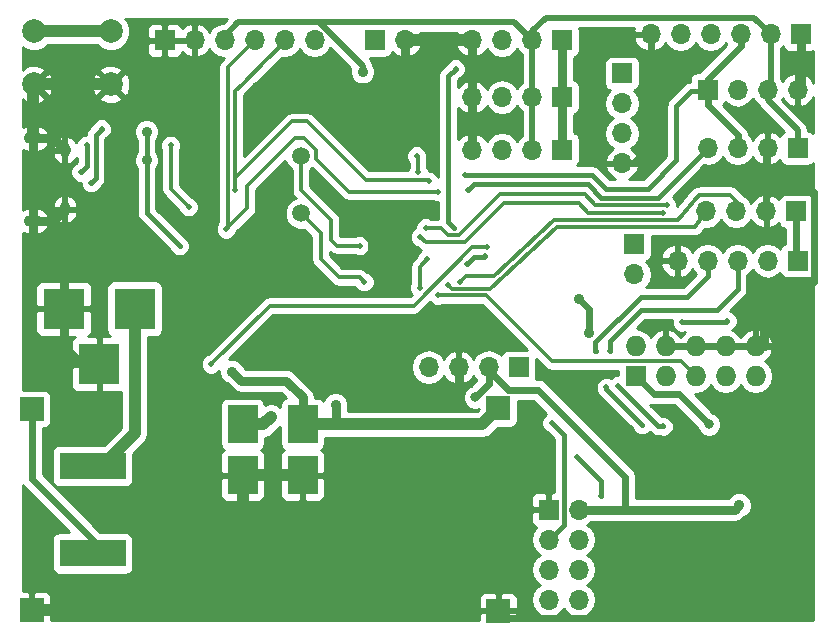
<source format=gbr>
G04 #@! TF.FileFunction,Copper,L2,Bot,Signal*
%FSLAX46Y46*%
G04 Gerber Fmt 4.6, Leading zero omitted, Abs format (unit mm)*
G04 Created by KiCad (PCBNEW 4.0.2+dfsg1-stable) date Mon Nov  6 16:18:01 2017*
%MOMM*%
G01*
G04 APERTURE LIST*
%ADD10C,0.100000*%
%ADD11R,1.998980X1.998980*%
%ADD12R,1.700000X1.700000*%
%ADD13O,1.700000X1.700000*%
%ADD14R,2.500000X3.200000*%
%ADD15R,1.727200X1.727200*%
%ADD16O,1.727200X1.727200*%
%ADD17R,5.600000X2.300000*%
%ADD18C,1.500000*%
%ADD19R,3.500000X3.500000*%
%ADD20O,0.950000X1.250000*%
%ADD21O,1.550000X1.000000*%
%ADD22C,2.000000*%
%ADD23C,0.508000*%
%ADD24C,0.889000*%
%ADD25C,0.914400*%
%ADD26C,0.812800*%
%ADD27C,0.406400*%
%ADD28C,0.762000*%
%ADD29C,1.016000*%
%ADD30C,0.609600*%
%ADD31C,0.304800*%
%ADD32C,0.600000*%
%ADD33C,0.508000*%
%ADD34C,0.254000*%
G04 APERTURE END LIST*
D10*
D11*
X76136500Y-108950000D03*
X76136500Y-126000000D03*
X115633500Y-108902500D03*
X115633500Y-126047500D03*
D12*
X127127000Y-94996000D03*
D13*
X127127000Y-97536000D03*
D14*
X99060000Y-110245000D03*
X99060000Y-114545000D03*
X93980000Y-110245000D03*
X93980000Y-114545000D03*
D15*
X127254000Y-106172000D03*
D16*
X127254000Y-103632000D03*
X129794000Y-106172000D03*
X129794000Y-103632000D03*
X132334000Y-106172000D03*
X132334000Y-103632000D03*
X134874000Y-106172000D03*
X134874000Y-103632000D03*
X137414000Y-106172000D03*
X137414000Y-103632000D03*
D17*
X81280000Y-121175000D03*
X81280000Y-113775000D03*
D12*
X87376000Y-77724000D03*
D13*
X89916000Y-77724000D03*
X92456000Y-77724000D03*
X94996000Y-77724000D03*
X97536000Y-77724000D03*
X100076000Y-77724000D03*
D12*
X117348000Y-105410000D03*
D13*
X114808000Y-105410000D03*
X112268000Y-105410000D03*
X109728000Y-105410000D03*
D12*
X126111000Y-80518000D03*
D13*
X126111000Y-83058000D03*
X126111000Y-85598000D03*
X126111000Y-88138000D03*
D12*
X121031000Y-77724000D03*
D13*
X118491000Y-77724000D03*
X115951000Y-77724000D03*
X113411000Y-77724000D03*
D12*
X105156000Y-77724000D03*
D13*
X107696000Y-77724000D03*
D12*
X121031000Y-86995000D03*
D13*
X118491000Y-86995000D03*
X115951000Y-86995000D03*
X113411000Y-86995000D03*
D12*
X119888000Y-117475000D03*
D13*
X122428000Y-117475000D03*
X119888000Y-120015000D03*
X122428000Y-120015000D03*
X119888000Y-122555000D03*
X122428000Y-122555000D03*
X119888000Y-125095000D03*
X122428000Y-125095000D03*
D12*
X121031000Y-82550000D03*
D13*
X118491000Y-82550000D03*
X115951000Y-82550000D03*
X113411000Y-82550000D03*
D12*
X140843000Y-92202000D03*
D13*
X138303000Y-92202000D03*
X135763000Y-92202000D03*
X133223000Y-92202000D03*
D18*
X98933000Y-87503000D03*
X98933000Y-92383000D03*
D19*
X84836000Y-100457000D03*
X78836000Y-100457000D03*
X81836000Y-105157000D03*
D20*
X78947000Y-87035000D03*
X78947000Y-92035000D03*
D21*
X76247000Y-86035000D03*
X76247000Y-93035000D03*
D12*
X133350000Y-81915000D03*
D13*
X135890000Y-81915000D03*
X138430000Y-81915000D03*
X140970000Y-81915000D03*
D12*
X140970000Y-86868000D03*
D13*
X138430000Y-86868000D03*
X135890000Y-86868000D03*
X133350000Y-86868000D03*
D22*
X76327000Y-81462000D03*
X76327000Y-76962000D03*
X82827000Y-81462000D03*
X82827000Y-76962000D03*
D12*
X141224000Y-77216000D03*
D13*
X138684000Y-77216000D03*
X136144000Y-77216000D03*
X133604000Y-77216000D03*
X131064000Y-77216000D03*
X128524000Y-77216000D03*
D12*
X140970000Y-96393000D03*
D13*
X138430000Y-96393000D03*
X135890000Y-96393000D03*
X133350000Y-96393000D03*
X130810000Y-96393000D03*
D23*
X88646000Y-95123000D03*
D24*
X85852000Y-87884000D03*
X85852000Y-85471000D03*
X93091000Y-105791000D03*
D25*
X101854000Y-108585000D03*
D24*
X95186500Y-81661000D03*
D23*
X114490500Y-96012000D03*
X112966500Y-96710500D03*
D24*
X138112500Y-99314000D03*
D23*
X103886000Y-96520000D03*
X105664000Y-93980000D03*
D26*
X137033000Y-126238000D03*
X140970000Y-110236000D03*
D24*
X112395000Y-108712000D03*
X96901000Y-101727000D03*
X100203000Y-101727000D03*
D23*
X87884000Y-86614000D03*
X89408000Y-91821000D03*
D24*
X123317000Y-102489000D03*
X122491500Y-99631500D03*
X96393000Y-109601000D03*
D23*
X110490000Y-99314000D03*
X108966000Y-98679000D03*
X109601000Y-96266000D03*
X103886000Y-95123000D03*
X104267000Y-98171000D03*
D26*
X133477000Y-110236000D03*
D23*
X131191000Y-101600000D03*
X135001000Y-101473000D03*
D26*
X113665000Y-107950000D03*
D24*
X104140000Y-80391000D03*
D25*
X136017000Y-117094000D03*
D23*
X110490000Y-90551000D03*
X92583000Y-93726000D03*
X109728000Y-89662000D03*
X93345000Y-90424000D03*
X80772000Y-86614000D03*
X80264000Y-88900000D03*
X82042000Y-85217000D03*
X81153000Y-89789000D03*
X112776000Y-89154000D03*
X113030000Y-90424000D03*
X124333000Y-116332000D03*
X122301000Y-113030000D03*
X129879288Y-91652288D03*
X109474000Y-93599000D03*
X129603500Y-110426500D03*
X125730000Y-106997500D03*
X125095000Y-104013000D03*
X109029500Y-94361000D03*
X129540000Y-92329000D03*
X123888500Y-104076500D03*
X124777500Y-107124500D03*
X127825500Y-110299500D03*
X112014000Y-80137000D03*
X111887000Y-93599000D03*
X108839000Y-88900000D03*
X108712000Y-87503000D03*
X120142000Y-110109000D03*
X112395000Y-98171000D03*
X111379000Y-98488500D03*
X114681000Y-95250000D03*
X91313000Y-105156000D03*
D27*
X85852000Y-87884000D02*
X85852000Y-92329000D01*
X85852000Y-92329000D02*
X88646000Y-95123000D01*
X85852000Y-85471000D02*
X85852000Y-87122000D01*
X85852000Y-87122000D02*
X85852000Y-87884000D01*
D28*
X93091000Y-105791000D02*
X93853000Y-106553000D01*
X93853000Y-106553000D02*
X97663000Y-106553000D01*
X97663000Y-106553000D02*
X99060000Y-107950000D01*
X99060000Y-107950000D02*
X99060000Y-110245000D01*
X101854000Y-108585000D02*
X101854000Y-110245000D01*
X101854000Y-110245000D02*
X101854000Y-110109000D01*
X101854000Y-110109000D02*
X101854000Y-110245000D01*
D29*
X114291000Y-110245000D02*
X115633500Y-108902500D01*
X99060000Y-110245000D02*
X101854000Y-110245000D01*
X101854000Y-110245000D02*
X114291000Y-110245000D01*
D28*
X137414000Y-103632000D02*
X138239500Y-103632000D01*
X138239500Y-103632000D02*
X138112500Y-103505000D01*
X138112500Y-103505000D02*
X138112500Y-99314000D01*
X107696000Y-83439000D02*
X107696000Y-77724000D01*
X106616500Y-84518500D02*
X107696000Y-83439000D01*
X103822500Y-84518500D02*
X106616500Y-84518500D01*
X101917500Y-82613500D02*
X103822500Y-84518500D01*
X96139000Y-82613500D02*
X101917500Y-82613500D01*
X95186500Y-81661000D02*
X96139000Y-82613500D01*
D27*
X114427000Y-96075500D02*
X114490500Y-96012000D01*
X113601500Y-96075500D02*
X114427000Y-96075500D01*
X112966500Y-96710500D02*
X113601500Y-96075500D01*
D30*
X138303000Y-90995500D02*
X138303000Y-92202000D01*
X139763500Y-89535000D02*
X138303000Y-90995500D01*
X141351000Y-89535000D02*
X139763500Y-89535000D01*
X142367000Y-90551000D02*
X141351000Y-89535000D01*
X142367000Y-98171000D02*
X142367000Y-90551000D01*
X141287500Y-99250500D02*
X142367000Y-98171000D01*
X138176000Y-99250500D02*
X141287500Y-99250500D01*
X138112500Y-99314000D02*
X138176000Y-99250500D01*
D27*
X104775000Y-95631000D02*
X103886000Y-96520000D01*
X104775000Y-94869000D02*
X104775000Y-95631000D01*
X105664000Y-93980000D02*
X104775000Y-94869000D01*
D30*
X126111000Y-88138000D02*
X127000000Y-88138000D01*
X128524000Y-86614000D02*
X128524000Y-77216000D01*
X127000000Y-88138000D02*
X128524000Y-86614000D01*
X136652000Y-126619000D02*
X116205000Y-126619000D01*
X137033000Y-126238000D02*
X136652000Y-126619000D01*
X116205000Y-126619000D02*
X115633500Y-126047500D01*
X137414000Y-103632000D02*
X139065000Y-103632000D01*
X140970000Y-105537000D02*
X140970000Y-110236000D01*
X139065000Y-103632000D02*
X140970000Y-105537000D01*
X134874000Y-103632000D02*
X137414000Y-103632000D01*
X132334000Y-103632000D02*
X134874000Y-103632000D01*
X129794000Y-103632000D02*
X132334000Y-103632000D01*
D28*
X112268000Y-105410000D02*
X112268000Y-108585000D01*
X112268000Y-108585000D02*
X112395000Y-108712000D01*
D30*
X138303000Y-92202000D02*
X138303000Y-86995000D01*
X138303000Y-86995000D02*
X138430000Y-86868000D01*
X100203000Y-101727000D02*
X96901000Y-101727000D01*
D28*
X141224000Y-77216000D02*
X141224000Y-81661000D01*
X141224000Y-81661000D02*
X140970000Y-81915000D01*
X113411000Y-82550000D02*
X113411000Y-86995000D01*
X113411000Y-77724000D02*
X113411000Y-82550000D01*
D29*
X107696000Y-77724000D02*
X113411000Y-77724000D01*
X76136500Y-126000000D02*
X85201000Y-126000000D01*
X93980000Y-117221000D02*
X93980000Y-114545000D01*
X85201000Y-126000000D02*
X93980000Y-117221000D01*
X82827000Y-81462000D02*
X83257000Y-81462000D01*
X76327000Y-81462000D02*
X82827000Y-81462000D01*
X76247000Y-86035000D02*
X76247000Y-81542000D01*
X76247000Y-81542000D02*
X76327000Y-81462000D01*
D28*
X76247000Y-86035000D02*
X77947000Y-86035000D01*
X77947000Y-86035000D02*
X78947000Y-87035000D01*
X76247000Y-86035000D02*
X76247000Y-93035000D01*
X76247000Y-93035000D02*
X77947000Y-93035000D01*
X77947000Y-93035000D02*
X78947000Y-92035000D01*
X78836000Y-100457000D02*
X78836000Y-97632000D01*
X76247000Y-95043000D02*
X76247000Y-93035000D01*
X78836000Y-97632000D02*
X76247000Y-95043000D01*
X81836000Y-105157000D02*
X80265000Y-105157000D01*
X80265000Y-105157000D02*
X78836000Y-103728000D01*
X78836000Y-103728000D02*
X78836000Y-100457000D01*
D29*
X93980000Y-114545000D02*
X99060000Y-114545000D01*
D31*
X87884000Y-90297000D02*
X87884000Y-86614000D01*
X89408000Y-91821000D02*
X87884000Y-90297000D01*
D30*
X123317000Y-100457000D02*
X123317000Y-102489000D01*
X122491500Y-99631500D02*
X123317000Y-100457000D01*
D29*
X95749000Y-110245000D02*
X93980000Y-110245000D01*
X96393000Y-109601000D02*
X95749000Y-110245000D01*
D31*
X131064000Y-104902000D02*
X132334000Y-106172000D01*
X120142000Y-104902000D02*
X131064000Y-104902000D01*
X114554000Y-99314000D02*
X120142000Y-104902000D01*
X110490000Y-99314000D02*
X114554000Y-99314000D01*
X108966000Y-96901000D02*
X108966000Y-98679000D01*
X109601000Y-96266000D02*
X108966000Y-96901000D01*
D29*
X76327000Y-76962000D02*
X82827000Y-76962000D01*
D31*
X98933000Y-87503000D02*
X98933000Y-90424000D01*
X101981000Y-95123000D02*
X103886000Y-95123000D01*
X101473000Y-94615000D02*
X101981000Y-95123000D01*
X101473000Y-92964000D02*
X101473000Y-94615000D01*
X98933000Y-90424000D02*
X101473000Y-92964000D01*
X100584000Y-94034000D02*
X98933000Y-92383000D01*
X100584000Y-96266000D02*
X100584000Y-94034000D01*
X102108000Y-97790000D02*
X100584000Y-96266000D01*
X103886000Y-97790000D02*
X102108000Y-97790000D01*
X104267000Y-98171000D02*
X103886000Y-97790000D01*
D29*
X81280000Y-113775000D02*
X82059000Y-113775000D01*
X82059000Y-113775000D02*
X84836000Y-110998000D01*
X84836000Y-110998000D02*
X84836000Y-100457000D01*
D30*
X128778000Y-107696000D02*
X127254000Y-106172000D01*
X130937000Y-107696000D02*
X128778000Y-107696000D01*
X133477000Y-110236000D02*
X130937000Y-107696000D01*
D27*
X134874000Y-101600000D02*
X131191000Y-101600000D01*
X135001000Y-101473000D02*
X134874000Y-101600000D01*
D32*
X81280000Y-121175000D02*
X81280000Y-120015000D01*
X76136500Y-114871500D02*
X76136500Y-108950000D01*
X81280000Y-120015000D02*
X76136500Y-114871500D01*
D30*
X126365000Y-117475000D02*
X126365000Y-114681000D01*
X116459000Y-107315000D02*
X114808000Y-105664000D01*
X118999000Y-107315000D02*
X116459000Y-107315000D01*
X126365000Y-114681000D02*
X118999000Y-107315000D01*
X114808000Y-105664000D02*
X114808000Y-105410000D01*
X114808000Y-105410000D02*
X114808000Y-106807000D01*
X114808000Y-106807000D02*
X113665000Y-107950000D01*
D33*
X138430000Y-81915000D02*
X138430000Y-82804000D01*
X138430000Y-82804000D02*
X140970000Y-85344000D01*
X140970000Y-85344000D02*
X140970000Y-86868000D01*
X138684000Y-77216000D02*
X138684000Y-81661000D01*
X138684000Y-81661000D02*
X138430000Y-81915000D01*
D30*
X118491000Y-77724000D02*
X118491000Y-76962000D01*
D33*
X118491000Y-76962000D02*
X119634000Y-75819000D01*
X137287000Y-75819000D02*
X138684000Y-77216000D01*
X119634000Y-75819000D02*
X137287000Y-75819000D01*
X118491000Y-82550000D02*
X118491000Y-86995000D01*
X118491000Y-77724000D02*
X118491000Y-82550000D01*
X92456000Y-77724000D02*
X92456000Y-77343000D01*
X92456000Y-77343000D02*
X93599000Y-76200000D01*
X93599000Y-76200000D02*
X116967000Y-76200000D01*
X116967000Y-76200000D02*
X118491000Y-77724000D01*
X92456000Y-77343000D02*
X93599000Y-76200000D01*
X104140000Y-79883000D02*
X104140000Y-80391000D01*
X100457000Y-76200000D02*
X104140000Y-79883000D01*
X93599000Y-76200000D02*
X100457000Y-76200000D01*
X92456000Y-77343000D02*
X93599000Y-76200000D01*
D28*
X122428000Y-117475000D02*
X126365000Y-117475000D01*
X126365000Y-117475000D02*
X135636000Y-117475000D01*
X135636000Y-117475000D02*
X136017000Y-117094000D01*
D31*
X94361000Y-91948000D02*
X92583000Y-93726000D01*
X94361000Y-90043000D02*
X94361000Y-91948000D01*
X98425000Y-85979000D02*
X94361000Y-90043000D01*
X99187000Y-85979000D02*
X98425000Y-85979000D01*
X100203000Y-86995000D02*
X99187000Y-85979000D01*
X100203000Y-87757000D02*
X100203000Y-86995000D01*
X102997000Y-90551000D02*
X100203000Y-87757000D01*
X110490000Y-90551000D02*
X102997000Y-90551000D01*
X92710000Y-80010000D02*
X94996000Y-77724000D01*
X92710000Y-93599000D02*
X92710000Y-80010000D01*
X92583000Y-93726000D02*
X92710000Y-93599000D01*
X93345000Y-89408000D02*
X93345000Y-90424000D01*
X98171000Y-84582000D02*
X93345000Y-89408000D01*
X99441000Y-84582000D02*
X98171000Y-84582000D01*
X104394000Y-89535000D02*
X99441000Y-84582000D01*
X109601000Y-89535000D02*
X104394000Y-89535000D01*
X109728000Y-89662000D02*
X109601000Y-89535000D01*
X97536000Y-77724000D02*
X97536000Y-77851000D01*
X97536000Y-77851000D02*
X95885000Y-79502000D01*
X95885000Y-79502000D02*
X93980000Y-81407000D01*
X93980000Y-81407000D02*
X93980000Y-81407002D01*
X93980000Y-81407002D02*
X93345000Y-82042002D01*
X93345000Y-82042002D02*
X93345000Y-90424000D01*
D27*
X80772000Y-88392000D02*
X80772000Y-86614000D01*
X80264000Y-88900000D02*
X80772000Y-88392000D01*
X81534000Y-85725000D02*
X82042000Y-85217000D01*
X81534000Y-89408000D02*
X81534000Y-85725000D01*
X81153000Y-89789000D02*
X81534000Y-89408000D01*
X131953000Y-82042000D02*
X133223000Y-82042000D01*
X130683000Y-83312000D02*
X131953000Y-82042000D01*
X130683000Y-87884000D02*
X130683000Y-83312000D01*
X128270000Y-90297000D02*
X130683000Y-87884000D01*
X124714000Y-90297000D02*
X128270000Y-90297000D01*
X123571000Y-89154000D02*
X124714000Y-90297000D01*
X112776000Y-89154000D02*
X123571000Y-89154000D01*
X133223000Y-82042000D02*
X133350000Y-81915000D01*
D30*
X133350000Y-81915000D02*
X133350000Y-81026000D01*
X136144000Y-78232000D02*
X136144000Y-77216000D01*
X133350000Y-81026000D02*
X136144000Y-78232000D01*
X135890000Y-86868000D02*
X135890000Y-85725000D01*
X133350000Y-83185000D02*
X133350000Y-81915000D01*
X135890000Y-85725000D02*
X133350000Y-83185000D01*
D27*
X129159000Y-91059000D02*
X133350000Y-86868000D01*
X124333000Y-91059000D02*
X129159000Y-91059000D01*
X123190000Y-89916000D02*
X124333000Y-91059000D01*
X113538000Y-89916000D02*
X123190000Y-89916000D01*
X113030000Y-90424000D02*
X113538000Y-89916000D01*
X124333000Y-115062000D02*
X124333000Y-116332000D01*
X122301000Y-113030000D02*
X124333000Y-115062000D01*
D31*
X129889250Y-91662250D02*
X129879288Y-91652288D01*
X129889250Y-91662250D02*
X129921000Y-91694000D01*
X123846788Y-91652288D02*
X129879288Y-91652288D01*
X122936000Y-90741500D02*
X123846788Y-91652288D01*
X115760500Y-90741500D02*
X122936000Y-90741500D01*
X112268000Y-94234000D02*
X115760500Y-90741500D01*
X111379000Y-94234000D02*
X112268000Y-94234000D01*
X110807500Y-93662500D02*
X111379000Y-94234000D01*
X109537500Y-93662500D02*
X110807500Y-93662500D01*
X109474000Y-93599000D02*
X109537500Y-93662500D01*
D27*
X135890000Y-96393000D02*
X135890000Y-98806000D01*
X129159000Y-110426500D02*
X129603500Y-110426500D01*
X125730000Y-106997500D02*
X129159000Y-110426500D01*
X125095000Y-103187500D02*
X125095000Y-104013000D01*
X127698500Y-100584000D02*
X125095000Y-103187500D01*
X134112000Y-100584000D02*
X127698500Y-100584000D01*
X135890000Y-98806000D02*
X134112000Y-100584000D01*
D31*
X127889000Y-92329000D02*
X129540000Y-92329000D01*
X109029500Y-94361000D02*
X109474000Y-94805500D01*
X109474000Y-94805500D02*
X112776000Y-94805500D01*
X112776000Y-94805500D02*
X116078000Y-91503500D01*
X116078000Y-91503500D02*
X122428000Y-91503500D01*
X122428000Y-91503500D02*
X123253500Y-92329000D01*
X123253500Y-92329000D02*
X127889000Y-92329000D01*
D27*
X133350000Y-97726500D02*
X133350000Y-96393000D01*
X131635500Y-99441000D02*
X133350000Y-97726500D01*
X127698500Y-99441000D02*
X131635500Y-99441000D01*
X123825000Y-103314500D02*
X127698500Y-99441000D01*
X123825000Y-104013000D02*
X123825000Y-103314500D01*
X123888500Y-104076500D02*
X123825000Y-104013000D01*
X124777500Y-107251500D02*
X124777500Y-107124500D01*
X127825500Y-110299500D02*
X124777500Y-107251500D01*
D30*
X140843000Y-92202000D02*
X140843000Y-96266000D01*
X140843000Y-96266000D02*
X140970000Y-96393000D01*
D28*
X121031000Y-82550000D02*
X121031000Y-86995000D01*
X121031000Y-77724000D02*
X121031000Y-82550000D01*
D27*
X111379000Y-80772000D02*
X112014000Y-80137000D01*
X111379000Y-93091000D02*
X111379000Y-80772000D01*
X111887000Y-93599000D02*
X111379000Y-93091000D01*
D31*
X108839000Y-87630000D02*
X108839000Y-88900000D01*
X108712000Y-87503000D02*
X108839000Y-87630000D01*
D27*
X121158000Y-118745000D02*
X119888000Y-120015000D01*
X121158000Y-111125000D02*
X121158000Y-118745000D01*
X120142000Y-110109000D02*
X121158000Y-111125000D01*
D31*
X135763000Y-91313000D02*
X135763000Y-92202000D01*
X135255000Y-90805000D02*
X135763000Y-91313000D01*
X132588000Y-90805000D02*
X135255000Y-90805000D01*
X130810000Y-92964000D02*
X132588000Y-90805000D01*
X120332500Y-92964000D02*
X130810000Y-92964000D01*
X115252500Y-97663000D02*
X120332500Y-92964000D01*
X112903000Y-97663000D02*
X115252500Y-97663000D01*
X112395000Y-98171000D02*
X112903000Y-97663000D01*
X132270500Y-93535500D02*
X133223000Y-92202000D01*
X120586496Y-93535500D02*
X132270500Y-93535500D01*
X114934998Y-98805998D02*
X120586496Y-93535500D01*
X111696498Y-98805998D02*
X114934998Y-98805998D01*
X111379000Y-98488500D02*
X111696498Y-98805998D01*
X113411000Y-95250000D02*
X114681000Y-95250000D01*
X108458000Y-100203000D02*
X113411000Y-95250000D01*
X96266000Y-100203000D02*
X108458000Y-100203000D01*
X91313000Y-105156000D02*
X96266000Y-100203000D01*
D34*
G36*
X92301032Y-76240732D02*
X91887715Y-76322946D01*
X91405946Y-76644853D01*
X91178298Y-76985553D01*
X91111183Y-76842642D01*
X90682924Y-76452355D01*
X90272890Y-76282524D01*
X90043000Y-76403845D01*
X90043000Y-77597000D01*
X90063000Y-77597000D01*
X90063000Y-77851000D01*
X90043000Y-77851000D01*
X90043000Y-79044155D01*
X90272890Y-79165476D01*
X90682924Y-78995645D01*
X91111183Y-78605358D01*
X91178298Y-78462447D01*
X91405946Y-78803147D01*
X91887715Y-79125054D01*
X92382896Y-79223552D01*
X92153224Y-79453224D01*
X91982537Y-79708675D01*
X91922600Y-80010000D01*
X91922600Y-93129108D01*
X91829782Y-93221764D01*
X91694154Y-93548391D01*
X91693846Y-93902057D01*
X91828903Y-94228920D01*
X92078764Y-94479218D01*
X92405391Y-94614846D01*
X92759057Y-94615154D01*
X93085920Y-94480097D01*
X93336218Y-94230236D01*
X93438403Y-93984149D01*
X94917776Y-92504776D01*
X95088463Y-92249325D01*
X95148400Y-91948000D01*
X95148400Y-90369152D01*
X97604045Y-87913507D01*
X97758169Y-88286515D01*
X98145600Y-88674622D01*
X98145600Y-90424000D01*
X98205537Y-90725325D01*
X98376224Y-90980776D01*
X98470837Y-91075389D01*
X98149485Y-91208169D01*
X97759539Y-91597436D01*
X97548241Y-92106298D01*
X97547760Y-92657285D01*
X97758169Y-93166515D01*
X98147436Y-93556461D01*
X98656298Y-93767759D01*
X99204686Y-93768238D01*
X99796600Y-94360152D01*
X99796600Y-96266000D01*
X99856537Y-96567325D01*
X100027224Y-96822776D01*
X101551224Y-98346776D01*
X101806675Y-98517463D01*
X102108000Y-98577400D01*
X103473022Y-98577400D01*
X103512903Y-98673920D01*
X103762764Y-98924218D01*
X104089391Y-99059846D01*
X104443057Y-99060154D01*
X104769920Y-98925097D01*
X105020218Y-98675236D01*
X105155846Y-98348609D01*
X105156154Y-97994943D01*
X105021097Y-97668080D01*
X104771236Y-97417782D01*
X104525149Y-97315597D01*
X104442776Y-97233224D01*
X104187325Y-97062537D01*
X103886000Y-97002600D01*
X102434152Y-97002600D01*
X101371400Y-95939848D01*
X101371400Y-95626952D01*
X101424224Y-95679776D01*
X101679675Y-95850463D01*
X101981000Y-95910400D01*
X103464083Y-95910400D01*
X103708391Y-96011846D01*
X104062057Y-96012154D01*
X104388920Y-95877097D01*
X104639218Y-95627236D01*
X104774846Y-95300609D01*
X104775154Y-94946943D01*
X104640097Y-94620080D01*
X104390236Y-94369782D01*
X104063609Y-94234154D01*
X103709943Y-94233846D01*
X103463679Y-94335600D01*
X102307152Y-94335600D01*
X102260400Y-94288848D01*
X102260400Y-92964000D01*
X102200463Y-92662675D01*
X102029776Y-92407224D01*
X99720400Y-90097848D01*
X99720400Y-88673953D01*
X99863525Y-88531077D01*
X102440224Y-91107776D01*
X102695675Y-91278463D01*
X102997000Y-91338400D01*
X110068083Y-91338400D01*
X110312391Y-91439846D01*
X110540800Y-91440045D01*
X110540800Y-92875100D01*
X110007503Y-92875100D01*
X109978236Y-92845782D01*
X109651609Y-92710154D01*
X109297943Y-92709846D01*
X108971080Y-92844903D01*
X108720782Y-93094764D01*
X108585154Y-93421391D01*
X108585013Y-93582759D01*
X108526580Y-93606903D01*
X108276282Y-93856764D01*
X108140654Y-94183391D01*
X108140346Y-94537057D01*
X108275403Y-94863920D01*
X108525264Y-95114218D01*
X108771351Y-95216403D01*
X108917224Y-95362276D01*
X109124697Y-95500905D01*
X109098080Y-95511903D01*
X108847782Y-95761764D01*
X108745597Y-96007851D01*
X108409224Y-96344224D01*
X108238537Y-96599675D01*
X108178600Y-96901000D01*
X108178600Y-98257083D01*
X108077154Y-98501391D01*
X108076846Y-98855057D01*
X108211903Y-99181920D01*
X108288648Y-99258800D01*
X108131848Y-99415600D01*
X96266000Y-99415600D01*
X95964675Y-99475537D01*
X95709224Y-99646224D01*
X91054563Y-104300885D01*
X90810080Y-104401903D01*
X90559782Y-104651764D01*
X90424154Y-104978391D01*
X90423846Y-105332057D01*
X90558903Y-105658920D01*
X90808764Y-105909218D01*
X91135391Y-106044846D01*
X91489057Y-106045154D01*
X91815920Y-105910097D01*
X92011566Y-105714793D01*
X92011313Y-106004784D01*
X92175311Y-106401689D01*
X92478714Y-106705622D01*
X92632739Y-106769579D01*
X93134580Y-107271421D01*
X93464193Y-107491662D01*
X93528700Y-107504493D01*
X93853000Y-107569000D01*
X97242160Y-107569000D01*
X97692777Y-108019617D01*
X97574683Y-108041838D01*
X97358559Y-108180910D01*
X97213569Y-108393110D01*
X97162560Y-108645000D01*
X97162560Y-108766943D01*
X96830407Y-108545006D01*
X96393000Y-108458000D01*
X95955593Y-108545006D01*
X95869455Y-108602562D01*
X95833162Y-108409683D01*
X95694090Y-108193559D01*
X95481890Y-108048569D01*
X95230000Y-107997560D01*
X92730000Y-107997560D01*
X92494683Y-108041838D01*
X92278559Y-108180910D01*
X92133569Y-108393110D01*
X92082560Y-108645000D01*
X92082560Y-111845000D01*
X92126838Y-112080317D01*
X92265910Y-112296441D01*
X92405750Y-112391990D01*
X92370301Y-112406673D01*
X92191673Y-112585302D01*
X92095000Y-112818691D01*
X92095000Y-114259250D01*
X92253750Y-114418000D01*
X93853000Y-114418000D01*
X93853000Y-114398000D01*
X94107000Y-114398000D01*
X94107000Y-114418000D01*
X95706250Y-114418000D01*
X95865000Y-114259250D01*
X95865000Y-112818691D01*
X95768327Y-112585302D01*
X95589699Y-112406673D01*
X95553253Y-112391577D01*
X95681441Y-112309090D01*
X95826431Y-112096890D01*
X95877440Y-111845000D01*
X95877440Y-111362452D01*
X96186407Y-111300994D01*
X96557223Y-111053223D01*
X97162560Y-110447886D01*
X97162560Y-111845000D01*
X97206838Y-112080317D01*
X97345910Y-112296441D01*
X97485750Y-112391990D01*
X97450301Y-112406673D01*
X97271673Y-112585302D01*
X97175000Y-112818691D01*
X97175000Y-114259250D01*
X97333750Y-114418000D01*
X98933000Y-114418000D01*
X98933000Y-114398000D01*
X99187000Y-114398000D01*
X99187000Y-114418000D01*
X100786250Y-114418000D01*
X100945000Y-114259250D01*
X100945000Y-112818691D01*
X100848327Y-112585302D01*
X100669699Y-112406673D01*
X100633253Y-112391577D01*
X100761441Y-112309090D01*
X100906431Y-112096890D01*
X100957440Y-111845000D01*
X100957440Y-111388000D01*
X114291000Y-111388000D01*
X114728407Y-111300994D01*
X115099223Y-111053223D01*
X115603016Y-110549430D01*
X116632990Y-110549430D01*
X116868307Y-110505152D01*
X117084431Y-110366080D01*
X117229421Y-110153880D01*
X117280430Y-109901990D01*
X117280430Y-108254800D01*
X118609722Y-108254800D01*
X119689140Y-109334218D01*
X119639080Y-109354903D01*
X119388782Y-109604764D01*
X119253154Y-109931391D01*
X119252846Y-110285057D01*
X119387903Y-110611920D01*
X119637764Y-110862218D01*
X119760994Y-110913388D01*
X120319800Y-111472194D01*
X120319800Y-115990000D01*
X120173750Y-115990000D01*
X120015000Y-116148750D01*
X120015000Y-117348000D01*
X120035000Y-117348000D01*
X120035000Y-117602000D01*
X120015000Y-117602000D01*
X120015000Y-117622000D01*
X119761000Y-117622000D01*
X119761000Y-117602000D01*
X118561750Y-117602000D01*
X118403000Y-117760750D01*
X118403000Y-118451310D01*
X118499673Y-118684699D01*
X118678302Y-118863327D01*
X118852777Y-118935597D01*
X118808853Y-118964946D01*
X118486946Y-119446715D01*
X118373907Y-120015000D01*
X118486946Y-120583285D01*
X118808853Y-121065054D01*
X119138026Y-121285000D01*
X118808853Y-121504946D01*
X118486946Y-121986715D01*
X118373907Y-122555000D01*
X118486946Y-123123285D01*
X118808853Y-123605054D01*
X119138026Y-123825000D01*
X118808853Y-124044946D01*
X118486946Y-124526715D01*
X118373907Y-125095000D01*
X118486946Y-125663285D01*
X118808853Y-126145054D01*
X119290622Y-126466961D01*
X119858907Y-126580000D01*
X119917093Y-126580000D01*
X120485378Y-126466961D01*
X120967147Y-126145054D01*
X121158000Y-125859422D01*
X121348853Y-126145054D01*
X121830622Y-126466961D01*
X122398907Y-126580000D01*
X122457093Y-126580000D01*
X123025378Y-126466961D01*
X123507147Y-126145054D01*
X123829054Y-125663285D01*
X123942093Y-125095000D01*
X123829054Y-124526715D01*
X123507147Y-124044946D01*
X123177974Y-123825000D01*
X123507147Y-123605054D01*
X123829054Y-123123285D01*
X123942093Y-122555000D01*
X123829054Y-121986715D01*
X123507147Y-121504946D01*
X123177974Y-121285000D01*
X123507147Y-121065054D01*
X123829054Y-120583285D01*
X123942093Y-120015000D01*
X123829054Y-119446715D01*
X123507147Y-118964946D01*
X123177974Y-118745000D01*
X123507147Y-118525054D01*
X123529901Y-118491000D01*
X135636000Y-118491000D01*
X135971652Y-118424235D01*
X136024807Y-118413662D01*
X136354420Y-118193420D01*
X136451688Y-118096153D01*
X136634873Y-118020462D01*
X136942382Y-117713489D01*
X137109010Y-117312205D01*
X137109389Y-116877701D01*
X136943462Y-116476127D01*
X136636489Y-116168618D01*
X136235205Y-116001990D01*
X135800701Y-116001611D01*
X135399127Y-116167538D01*
X135107156Y-116459000D01*
X127304800Y-116459000D01*
X127304800Y-114681000D01*
X127233262Y-114321354D01*
X127029539Y-114016461D01*
X119663539Y-106650461D01*
X119358646Y-106446738D01*
X118999000Y-106375200D01*
X118822111Y-106375200D01*
X118845440Y-106260000D01*
X118845440Y-104718992D01*
X119585224Y-105458776D01*
X119840675Y-105629463D01*
X120142000Y-105689400D01*
X125742960Y-105689400D01*
X125742960Y-106108511D01*
X125553943Y-106108346D01*
X125227080Y-106243403D01*
X125152666Y-106317687D01*
X124955109Y-106235654D01*
X124601443Y-106235346D01*
X124274580Y-106370403D01*
X124024282Y-106620264D01*
X123888654Y-106946891D01*
X123888346Y-107300557D01*
X124023403Y-107627420D01*
X124073467Y-107677572D01*
X124184803Y-107844197D01*
X127020971Y-110680365D01*
X127071403Y-110802420D01*
X127321264Y-111052718D01*
X127647891Y-111188346D01*
X128001557Y-111188654D01*
X128328420Y-111053597D01*
X128464680Y-110917574D01*
X128566303Y-111019197D01*
X128838234Y-111200896D01*
X129159000Y-111264700D01*
X129303922Y-111264700D01*
X129425891Y-111315346D01*
X129779557Y-111315654D01*
X130106420Y-111180597D01*
X130356718Y-110930736D01*
X130492346Y-110604109D01*
X130492654Y-110250443D01*
X130357597Y-109923580D01*
X130107736Y-109673282D01*
X129781109Y-109537654D01*
X129455264Y-109537370D01*
X128497998Y-108580104D01*
X128778000Y-108635800D01*
X130547722Y-108635800D01*
X132492637Y-110580715D01*
X132593629Y-110825135D01*
X132886324Y-111118341D01*
X133268944Y-111277219D01*
X133683238Y-111277580D01*
X134066135Y-111119371D01*
X134359341Y-110826676D01*
X134518219Y-110444056D01*
X134518580Y-110029762D01*
X134360371Y-109646865D01*
X134067676Y-109353659D01*
X133821527Y-109251449D01*
X132254155Y-107684077D01*
X132334000Y-107699959D01*
X132907489Y-107585885D01*
X133393670Y-107261029D01*
X133604000Y-106946248D01*
X133814330Y-107261029D01*
X134300511Y-107585885D01*
X134874000Y-107699959D01*
X135447489Y-107585885D01*
X135933670Y-107261029D01*
X136144000Y-106946248D01*
X136354330Y-107261029D01*
X136840511Y-107585885D01*
X137414000Y-107699959D01*
X137987489Y-107585885D01*
X138473670Y-107261029D01*
X138798526Y-106774848D01*
X138912600Y-106201359D01*
X138912600Y-106142641D01*
X138798526Y-105569152D01*
X138473670Y-105082971D01*
X138202839Y-104902008D01*
X138620821Y-104520490D01*
X138868968Y-103991027D01*
X138748469Y-103759000D01*
X137541000Y-103759000D01*
X137541000Y-103779000D01*
X137287000Y-103779000D01*
X137287000Y-103759000D01*
X135001000Y-103759000D01*
X135001000Y-103779000D01*
X134747000Y-103779000D01*
X134747000Y-103759000D01*
X132461000Y-103759000D01*
X132461000Y-103779000D01*
X132207000Y-103779000D01*
X132207000Y-103759000D01*
X129921000Y-103759000D01*
X129921000Y-103779000D01*
X129667000Y-103779000D01*
X129667000Y-103759000D01*
X129647000Y-103759000D01*
X129647000Y-103505000D01*
X129667000Y-103505000D01*
X129667000Y-102298183D01*
X129434974Y-102177042D01*
X129019053Y-102349312D01*
X128587179Y-102743510D01*
X128529664Y-102866228D01*
X128313670Y-102542971D01*
X127827489Y-102218115D01*
X127345627Y-102122267D01*
X128045694Y-101422200D01*
X130302233Y-101422200D01*
X130302154Y-101422391D01*
X130301846Y-101776057D01*
X130436903Y-102102920D01*
X130686764Y-102353218D01*
X131013391Y-102488846D01*
X131367057Y-102489154D01*
X131437927Y-102459871D01*
X131127179Y-102743510D01*
X131064000Y-102878313D01*
X131000821Y-102743510D01*
X130568947Y-102349312D01*
X130153026Y-102177042D01*
X129921000Y-102298183D01*
X129921000Y-103505000D01*
X132207000Y-103505000D01*
X132207000Y-103485000D01*
X132461000Y-103485000D01*
X132461000Y-103505000D01*
X134747000Y-103505000D01*
X134747000Y-103485000D01*
X135001000Y-103485000D01*
X135001000Y-103505000D01*
X137287000Y-103505000D01*
X137287000Y-102298183D01*
X137541000Y-102298183D01*
X137541000Y-103505000D01*
X138748469Y-103505000D01*
X138868968Y-103272973D01*
X138620821Y-102743510D01*
X138188947Y-102349312D01*
X137773026Y-102177042D01*
X137541000Y-102298183D01*
X137287000Y-102298183D01*
X137054974Y-102177042D01*
X136639053Y-102349312D01*
X136207179Y-102743510D01*
X136144000Y-102878313D01*
X136080821Y-102743510D01*
X135648947Y-102349312D01*
X135428808Y-102258133D01*
X135503920Y-102227097D01*
X135754218Y-101977236D01*
X135889846Y-101650609D01*
X135890154Y-101296943D01*
X135755097Y-100970080D01*
X135505236Y-100719782D01*
X135262433Y-100618961D01*
X136482697Y-99398697D01*
X136664396Y-99126765D01*
X136728200Y-98806000D01*
X136728200Y-97613703D01*
X136940054Y-97472147D01*
X137160000Y-97142974D01*
X137379946Y-97472147D01*
X137861715Y-97794054D01*
X138430000Y-97907093D01*
X138998285Y-97794054D01*
X139480054Y-97472147D01*
X139507850Y-97430548D01*
X139516838Y-97478317D01*
X139655910Y-97694441D01*
X139868110Y-97839431D01*
X140120000Y-97890440D01*
X141820000Y-97890440D01*
X142055317Y-97846162D01*
X142271441Y-97707090D01*
X142292000Y-97677001D01*
X142292000Y-126798000D01*
X117267990Y-126798000D01*
X117267990Y-126333250D01*
X117109240Y-126174500D01*
X115760500Y-126174500D01*
X115760500Y-126194500D01*
X115506500Y-126194500D01*
X115506500Y-126174500D01*
X114157760Y-126174500D01*
X113999010Y-126333250D01*
X113999010Y-126798000D01*
X77770990Y-126798000D01*
X77770990Y-126285750D01*
X77612240Y-126127000D01*
X76263500Y-126127000D01*
X76263500Y-126147000D01*
X76009500Y-126147000D01*
X76009500Y-126127000D01*
X75989500Y-126127000D01*
X75989500Y-125873000D01*
X76009500Y-125873000D01*
X76009500Y-124524260D01*
X76263500Y-124524260D01*
X76263500Y-125873000D01*
X77612240Y-125873000D01*
X77770990Y-125714250D01*
X77770990Y-124921700D01*
X113999010Y-124921700D01*
X113999010Y-125761750D01*
X114157760Y-125920500D01*
X115506500Y-125920500D01*
X115506500Y-124571760D01*
X115760500Y-124571760D01*
X115760500Y-125920500D01*
X117109240Y-125920500D01*
X117267990Y-125761750D01*
X117267990Y-124921700D01*
X117171317Y-124688311D01*
X116992688Y-124509683D01*
X116759299Y-124413010D01*
X115919250Y-124413010D01*
X115760500Y-124571760D01*
X115506500Y-124571760D01*
X115347750Y-124413010D01*
X114507701Y-124413010D01*
X114274312Y-124509683D01*
X114095683Y-124688311D01*
X113999010Y-124921700D01*
X77770990Y-124921700D01*
X77770990Y-124874200D01*
X77674317Y-124640811D01*
X77495688Y-124462183D01*
X77262299Y-124365510D01*
X76422250Y-124365510D01*
X76263500Y-124524260D01*
X76009500Y-124524260D01*
X75850750Y-124365510D01*
X75386000Y-124365510D01*
X75386000Y-115398915D01*
X75475355Y-115532645D01*
X79320270Y-119377560D01*
X78480000Y-119377560D01*
X78244683Y-119421838D01*
X78028559Y-119560910D01*
X77883569Y-119773110D01*
X77832560Y-120025000D01*
X77832560Y-122325000D01*
X77876838Y-122560317D01*
X78015910Y-122776441D01*
X78228110Y-122921431D01*
X78480000Y-122972440D01*
X84080000Y-122972440D01*
X84315317Y-122928162D01*
X84531441Y-122789090D01*
X84676431Y-122576890D01*
X84727440Y-122325000D01*
X84727440Y-120025000D01*
X84683162Y-119789683D01*
X84544090Y-119573559D01*
X84331890Y-119428569D01*
X84080000Y-119377560D01*
X81956984Y-119377560D01*
X81941145Y-119353855D01*
X77071500Y-114484210D01*
X77071500Y-112625000D01*
X77832560Y-112625000D01*
X77832560Y-114925000D01*
X77876838Y-115160317D01*
X78015910Y-115376441D01*
X78228110Y-115521431D01*
X78480000Y-115572440D01*
X84080000Y-115572440D01*
X84315317Y-115528162D01*
X84531441Y-115389090D01*
X84676431Y-115176890D01*
X84727440Y-114925000D01*
X84727440Y-114830750D01*
X92095000Y-114830750D01*
X92095000Y-116271309D01*
X92191673Y-116504698D01*
X92370301Y-116683327D01*
X92603690Y-116780000D01*
X93694250Y-116780000D01*
X93853000Y-116621250D01*
X93853000Y-114672000D01*
X94107000Y-114672000D01*
X94107000Y-116621250D01*
X94265750Y-116780000D01*
X95356310Y-116780000D01*
X95589699Y-116683327D01*
X95768327Y-116504698D01*
X95865000Y-116271309D01*
X95865000Y-114830750D01*
X97175000Y-114830750D01*
X97175000Y-116271309D01*
X97271673Y-116504698D01*
X97450301Y-116683327D01*
X97683690Y-116780000D01*
X98774250Y-116780000D01*
X98933000Y-116621250D01*
X98933000Y-114672000D01*
X99187000Y-114672000D01*
X99187000Y-116621250D01*
X99345750Y-116780000D01*
X100436310Y-116780000D01*
X100669699Y-116683327D01*
X100848327Y-116504698D01*
X100850815Y-116498690D01*
X118403000Y-116498690D01*
X118403000Y-117189250D01*
X118561750Y-117348000D01*
X119761000Y-117348000D01*
X119761000Y-116148750D01*
X119602250Y-115990000D01*
X118911691Y-115990000D01*
X118678302Y-116086673D01*
X118499673Y-116265301D01*
X118403000Y-116498690D01*
X100850815Y-116498690D01*
X100945000Y-116271309D01*
X100945000Y-114830750D01*
X100786250Y-114672000D01*
X99187000Y-114672000D01*
X98933000Y-114672000D01*
X97333750Y-114672000D01*
X97175000Y-114830750D01*
X95865000Y-114830750D01*
X95706250Y-114672000D01*
X94107000Y-114672000D01*
X93853000Y-114672000D01*
X92253750Y-114672000D01*
X92095000Y-114830750D01*
X84727440Y-114830750D01*
X84727440Y-112723006D01*
X85644223Y-111806223D01*
X85891994Y-111435407D01*
X85979000Y-110998000D01*
X85979000Y-102854440D01*
X86586000Y-102854440D01*
X86821317Y-102810162D01*
X87037441Y-102671090D01*
X87182431Y-102458890D01*
X87233440Y-102207000D01*
X87233440Y-98707000D01*
X87189162Y-98471683D01*
X87050090Y-98255559D01*
X86837890Y-98110569D01*
X86586000Y-98059560D01*
X83086000Y-98059560D01*
X82850683Y-98103838D01*
X82634559Y-98242910D01*
X82489569Y-98455110D01*
X82438560Y-98707000D01*
X82438560Y-102207000D01*
X82482838Y-102442317D01*
X82621910Y-102658441D01*
X82788109Y-102772000D01*
X82121750Y-102772000D01*
X81963000Y-102930750D01*
X81963000Y-105030000D01*
X81983000Y-105030000D01*
X81983000Y-105284000D01*
X81963000Y-105284000D01*
X81963000Y-107383250D01*
X82121750Y-107542000D01*
X83693000Y-107542000D01*
X83693000Y-110524554D01*
X82239994Y-111977560D01*
X78480000Y-111977560D01*
X78244683Y-112021838D01*
X78028559Y-112160910D01*
X77883569Y-112373110D01*
X77832560Y-112625000D01*
X77071500Y-112625000D01*
X77071500Y-110596930D01*
X77135990Y-110596930D01*
X77371307Y-110552652D01*
X77587431Y-110413580D01*
X77732421Y-110201380D01*
X77783430Y-109949490D01*
X77783430Y-107950510D01*
X77739152Y-107715193D01*
X77600080Y-107499069D01*
X77387880Y-107354079D01*
X77135990Y-107303070D01*
X75386000Y-107303070D01*
X75386000Y-105442750D01*
X79451000Y-105442750D01*
X79451000Y-107033310D01*
X79547673Y-107266699D01*
X79726302Y-107445327D01*
X79959691Y-107542000D01*
X81550250Y-107542000D01*
X81709000Y-107383250D01*
X81709000Y-105284000D01*
X79609750Y-105284000D01*
X79451000Y-105442750D01*
X75386000Y-105442750D01*
X75386000Y-100742750D01*
X76451000Y-100742750D01*
X76451000Y-102333310D01*
X76547673Y-102566699D01*
X76726302Y-102745327D01*
X76959691Y-102842000D01*
X78550250Y-102842000D01*
X78709000Y-102683250D01*
X78709000Y-100584000D01*
X78963000Y-100584000D01*
X78963000Y-102683250D01*
X79121750Y-102842000D01*
X79790696Y-102842000D01*
X79726302Y-102868673D01*
X79547673Y-103047301D01*
X79451000Y-103280690D01*
X79451000Y-104871250D01*
X79609750Y-105030000D01*
X81709000Y-105030000D01*
X81709000Y-102930750D01*
X81550250Y-102772000D01*
X80881304Y-102772000D01*
X80945698Y-102745327D01*
X81124327Y-102566699D01*
X81221000Y-102333310D01*
X81221000Y-100742750D01*
X81062250Y-100584000D01*
X78963000Y-100584000D01*
X78709000Y-100584000D01*
X76609750Y-100584000D01*
X76451000Y-100742750D01*
X75386000Y-100742750D01*
X75386000Y-98580690D01*
X76451000Y-98580690D01*
X76451000Y-100171250D01*
X76609750Y-100330000D01*
X78709000Y-100330000D01*
X78709000Y-98230750D01*
X78963000Y-98230750D01*
X78963000Y-100330000D01*
X81062250Y-100330000D01*
X81221000Y-100171250D01*
X81221000Y-98580690D01*
X81124327Y-98347301D01*
X80945698Y-98168673D01*
X80712309Y-98072000D01*
X79121750Y-98072000D01*
X78963000Y-98230750D01*
X78709000Y-98230750D01*
X78550250Y-98072000D01*
X76959691Y-98072000D01*
X76726302Y-98168673D01*
X76547673Y-98347301D01*
X76451000Y-98580690D01*
X75386000Y-98580690D01*
X75386000Y-94006065D01*
X75420322Y-94035002D01*
X75845000Y-94170000D01*
X76120000Y-94170000D01*
X76120000Y-93162000D01*
X76374000Y-93162000D01*
X76374000Y-94170000D01*
X76649000Y-94170000D01*
X77073678Y-94035002D01*
X77414368Y-93747763D01*
X77616119Y-93336874D01*
X77489954Y-93162000D01*
X76374000Y-93162000D01*
X76120000Y-93162000D01*
X76100000Y-93162000D01*
X76100000Y-92908000D01*
X76120000Y-92908000D01*
X76120000Y-91900000D01*
X76374000Y-91900000D01*
X76374000Y-92908000D01*
X77489954Y-92908000D01*
X77616119Y-92733126D01*
X77421191Y-92336131D01*
X77845771Y-92336131D01*
X77987432Y-92746049D01*
X78275179Y-93070552D01*
X78649062Y-93254268D01*
X78820000Y-93127734D01*
X78820000Y-92162000D01*
X79074000Y-92162000D01*
X79074000Y-93127734D01*
X79244938Y-93254268D01*
X79618821Y-93070552D01*
X79906568Y-92746049D01*
X80048229Y-92336131D01*
X79899563Y-92162000D01*
X79074000Y-92162000D01*
X78820000Y-92162000D01*
X77994437Y-92162000D01*
X77845771Y-92336131D01*
X77421191Y-92336131D01*
X77414368Y-92322237D01*
X77073678Y-92034998D01*
X76649000Y-91900000D01*
X76374000Y-91900000D01*
X76120000Y-91900000D01*
X75845000Y-91900000D01*
X75420322Y-92034998D01*
X75386000Y-92063935D01*
X75386000Y-91733869D01*
X77845771Y-91733869D01*
X77994437Y-91908000D01*
X78820000Y-91908000D01*
X78820000Y-90942266D01*
X79074000Y-90942266D01*
X79074000Y-91908000D01*
X79899563Y-91908000D01*
X80048229Y-91733869D01*
X79906568Y-91323951D01*
X79618821Y-90999448D01*
X79244938Y-90815732D01*
X79074000Y-90942266D01*
X78820000Y-90942266D01*
X78649062Y-90815732D01*
X78275179Y-90999448D01*
X77987432Y-91323951D01*
X77845771Y-91733869D01*
X75386000Y-91733869D01*
X75386000Y-87336131D01*
X77845771Y-87336131D01*
X77987432Y-87746049D01*
X78275179Y-88070552D01*
X78649062Y-88254268D01*
X78820000Y-88127734D01*
X78820000Y-87162000D01*
X77994437Y-87162000D01*
X77845771Y-87336131D01*
X75386000Y-87336131D01*
X75386000Y-87006065D01*
X75420322Y-87035002D01*
X75845000Y-87170000D01*
X76120000Y-87170000D01*
X76120000Y-86162000D01*
X76374000Y-86162000D01*
X76374000Y-87170000D01*
X76649000Y-87170000D01*
X77073678Y-87035002D01*
X77414368Y-86747763D01*
X77421190Y-86733869D01*
X77845771Y-86733869D01*
X77994437Y-86908000D01*
X78820000Y-86908000D01*
X78820000Y-85942266D01*
X79074000Y-85942266D01*
X79074000Y-86908000D01*
X79094000Y-86908000D01*
X79094000Y-87162000D01*
X79074000Y-87162000D01*
X79074000Y-88127734D01*
X79244938Y-88254268D01*
X79618821Y-88070552D01*
X79906568Y-87746049D01*
X79933800Y-87667249D01*
X79933800Y-88044806D01*
X79883135Y-88095471D01*
X79761080Y-88145903D01*
X79510782Y-88395764D01*
X79375154Y-88722391D01*
X79374846Y-89076057D01*
X79509903Y-89402920D01*
X79759764Y-89653218D01*
X80086391Y-89788846D01*
X80263999Y-89789001D01*
X80263846Y-89965057D01*
X80398903Y-90291920D01*
X80648764Y-90542218D01*
X80975391Y-90677846D01*
X81329057Y-90678154D01*
X81655920Y-90543097D01*
X81906218Y-90293236D01*
X81957388Y-90170006D01*
X82126697Y-90000697D01*
X82308396Y-89728766D01*
X82372200Y-89408000D01*
X82372200Y-86072194D01*
X82422865Y-86021529D01*
X82544920Y-85971097D01*
X82795218Y-85721236D01*
X82810354Y-85684784D01*
X84772313Y-85684784D01*
X84936311Y-86081689D01*
X85013800Y-86159313D01*
X85013800Y-87195425D01*
X84937378Y-87271714D01*
X84772687Y-87668332D01*
X84772313Y-88097784D01*
X84936311Y-88494689D01*
X85013800Y-88572313D01*
X85013800Y-92329000D01*
X85077604Y-92649766D01*
X85259303Y-92921697D01*
X87841471Y-95503865D01*
X87891903Y-95625920D01*
X88141764Y-95876218D01*
X88468391Y-96011846D01*
X88822057Y-96012154D01*
X89148920Y-95877097D01*
X89399218Y-95627236D01*
X89534846Y-95300609D01*
X89535154Y-94946943D01*
X89400097Y-94620080D01*
X89150236Y-94369782D01*
X89027006Y-94318612D01*
X86690200Y-91981806D01*
X86690200Y-88572575D01*
X86766622Y-88496286D01*
X86931313Y-88099668D01*
X86931687Y-87670216D01*
X86767689Y-87273311D01*
X86690200Y-87195687D01*
X86690200Y-86790057D01*
X86994846Y-86790057D01*
X87096600Y-87036321D01*
X87096600Y-90297000D01*
X87156537Y-90598325D01*
X87327224Y-90853776D01*
X88552885Y-92079437D01*
X88653903Y-92323920D01*
X88903764Y-92574218D01*
X89230391Y-92709846D01*
X89584057Y-92710154D01*
X89910920Y-92575097D01*
X90161218Y-92325236D01*
X90296846Y-91998609D01*
X90297154Y-91644943D01*
X90162097Y-91318080D01*
X89912236Y-91067782D01*
X89666149Y-90965597D01*
X88671400Y-89970848D01*
X88671400Y-87035917D01*
X88772846Y-86791609D01*
X88773154Y-86437943D01*
X88638097Y-86111080D01*
X88388236Y-85860782D01*
X88061609Y-85725154D01*
X87707943Y-85724846D01*
X87381080Y-85859903D01*
X87130782Y-86109764D01*
X86995154Y-86436391D01*
X86994846Y-86790057D01*
X86690200Y-86790057D01*
X86690200Y-86159575D01*
X86766622Y-86083286D01*
X86931313Y-85686668D01*
X86931687Y-85257216D01*
X86767689Y-84860311D01*
X86464286Y-84556378D01*
X86067668Y-84391687D01*
X85638216Y-84391313D01*
X85241311Y-84555311D01*
X84937378Y-84858714D01*
X84772687Y-85255332D01*
X84772313Y-85684784D01*
X82810354Y-85684784D01*
X82930846Y-85394609D01*
X82931154Y-85040943D01*
X82796097Y-84714080D01*
X82546236Y-84463782D01*
X82219609Y-84328154D01*
X81865943Y-84327846D01*
X81539080Y-84462903D01*
X81288782Y-84712764D01*
X81237612Y-84835994D01*
X80941303Y-85132303D01*
X80759604Y-85404234D01*
X80704570Y-85680910D01*
X80695813Y-85724933D01*
X80595943Y-85724846D01*
X80269080Y-85859903D01*
X80018782Y-86109764D01*
X79917140Y-86354543D01*
X79906568Y-86323951D01*
X79618821Y-85999448D01*
X79244938Y-85815732D01*
X79074000Y-85942266D01*
X78820000Y-85942266D01*
X78649062Y-85815732D01*
X78275179Y-85999448D01*
X77987432Y-86323951D01*
X77845771Y-86733869D01*
X77421190Y-86733869D01*
X77616119Y-86336874D01*
X77489954Y-86162000D01*
X76374000Y-86162000D01*
X76120000Y-86162000D01*
X76100000Y-86162000D01*
X76100000Y-85908000D01*
X76120000Y-85908000D01*
X76120000Y-84900000D01*
X76374000Y-84900000D01*
X76374000Y-85908000D01*
X77489954Y-85908000D01*
X77616119Y-85733126D01*
X77414368Y-85322237D01*
X77073678Y-85034998D01*
X76649000Y-84900000D01*
X76374000Y-84900000D01*
X76120000Y-84900000D01*
X75845000Y-84900000D01*
X75420322Y-85034998D01*
X75386000Y-85063935D01*
X75386000Y-82700885D01*
X75452736Y-82881387D01*
X76062461Y-83107908D01*
X76712460Y-83083856D01*
X77201264Y-82881387D01*
X77299927Y-82614532D01*
X81854073Y-82614532D01*
X81952736Y-82881387D01*
X82562461Y-83107908D01*
X83212460Y-83083856D01*
X83701264Y-82881387D01*
X83799927Y-82614532D01*
X82827000Y-81641605D01*
X81854073Y-82614532D01*
X77299927Y-82614532D01*
X76327000Y-81641605D01*
X76312858Y-81655748D01*
X76133253Y-81476143D01*
X76147395Y-81462000D01*
X76506605Y-81462000D01*
X77479532Y-82434927D01*
X77746387Y-82336264D01*
X77972908Y-81726539D01*
X77953331Y-81197461D01*
X81181092Y-81197461D01*
X81205144Y-81847460D01*
X81407613Y-82336264D01*
X81674468Y-82434927D01*
X82647395Y-81462000D01*
X83006605Y-81462000D01*
X83979532Y-82434927D01*
X84246387Y-82336264D01*
X84472908Y-81726539D01*
X84448856Y-81076540D01*
X84246387Y-80587736D01*
X83979532Y-80489073D01*
X83006605Y-81462000D01*
X82647395Y-81462000D01*
X81674468Y-80489073D01*
X81407613Y-80587736D01*
X81181092Y-81197461D01*
X77953331Y-81197461D01*
X77948856Y-81076540D01*
X77746387Y-80587736D01*
X77479532Y-80489073D01*
X76506605Y-81462000D01*
X76147395Y-81462000D01*
X76133253Y-81447858D01*
X76312858Y-81268253D01*
X76327000Y-81282395D01*
X77299927Y-80309468D01*
X81854073Y-80309468D01*
X82827000Y-81282395D01*
X83799927Y-80309468D01*
X83701264Y-80042613D01*
X83091539Y-79816092D01*
X82441540Y-79840144D01*
X81952736Y-80042613D01*
X81854073Y-80309468D01*
X77299927Y-80309468D01*
X77201264Y-80042613D01*
X76591539Y-79816092D01*
X75941540Y-79840144D01*
X75452736Y-80042613D01*
X75386000Y-80223115D01*
X75386000Y-78333617D01*
X75399637Y-78347278D01*
X76000352Y-78596716D01*
X76650795Y-78597284D01*
X77251943Y-78348894D01*
X77496264Y-78105000D01*
X81657782Y-78105000D01*
X81899637Y-78347278D01*
X82500352Y-78596716D01*
X83150795Y-78597284D01*
X83751943Y-78348894D01*
X84091680Y-78009750D01*
X85891000Y-78009750D01*
X85891000Y-78700309D01*
X85987673Y-78933698D01*
X86166301Y-79112327D01*
X86399690Y-79209000D01*
X87090250Y-79209000D01*
X87249000Y-79050250D01*
X87249000Y-77851000D01*
X87503000Y-77851000D01*
X87503000Y-79050250D01*
X87661750Y-79209000D01*
X88352310Y-79209000D01*
X88585699Y-79112327D01*
X88764327Y-78933698D01*
X88851136Y-78724122D01*
X89149076Y-78995645D01*
X89559110Y-79165476D01*
X89789000Y-79044155D01*
X89789000Y-77851000D01*
X87503000Y-77851000D01*
X87249000Y-77851000D01*
X86049750Y-77851000D01*
X85891000Y-78009750D01*
X84091680Y-78009750D01*
X84212278Y-77889363D01*
X84461716Y-77288648D01*
X84462188Y-76747691D01*
X85891000Y-76747691D01*
X85891000Y-77438250D01*
X86049750Y-77597000D01*
X87249000Y-77597000D01*
X87249000Y-76397750D01*
X87503000Y-76397750D01*
X87503000Y-77597000D01*
X89789000Y-77597000D01*
X89789000Y-76403845D01*
X89559110Y-76282524D01*
X89149076Y-76452355D01*
X88851136Y-76723878D01*
X88764327Y-76514302D01*
X88585699Y-76335673D01*
X88352310Y-76239000D01*
X87661750Y-76239000D01*
X87503000Y-76397750D01*
X87249000Y-76397750D01*
X87090250Y-76239000D01*
X86399690Y-76239000D01*
X86166301Y-76335673D01*
X85987673Y-76514302D01*
X85891000Y-76747691D01*
X84462188Y-76747691D01*
X84462284Y-76638205D01*
X84213894Y-76037057D01*
X84071087Y-75894000D01*
X92647764Y-75894000D01*
X92301032Y-76240732D01*
X92301032Y-76240732D01*
G37*
X92301032Y-76240732D02*
X91887715Y-76322946D01*
X91405946Y-76644853D01*
X91178298Y-76985553D01*
X91111183Y-76842642D01*
X90682924Y-76452355D01*
X90272890Y-76282524D01*
X90043000Y-76403845D01*
X90043000Y-77597000D01*
X90063000Y-77597000D01*
X90063000Y-77851000D01*
X90043000Y-77851000D01*
X90043000Y-79044155D01*
X90272890Y-79165476D01*
X90682924Y-78995645D01*
X91111183Y-78605358D01*
X91178298Y-78462447D01*
X91405946Y-78803147D01*
X91887715Y-79125054D01*
X92382896Y-79223552D01*
X92153224Y-79453224D01*
X91982537Y-79708675D01*
X91922600Y-80010000D01*
X91922600Y-93129108D01*
X91829782Y-93221764D01*
X91694154Y-93548391D01*
X91693846Y-93902057D01*
X91828903Y-94228920D01*
X92078764Y-94479218D01*
X92405391Y-94614846D01*
X92759057Y-94615154D01*
X93085920Y-94480097D01*
X93336218Y-94230236D01*
X93438403Y-93984149D01*
X94917776Y-92504776D01*
X95088463Y-92249325D01*
X95148400Y-91948000D01*
X95148400Y-90369152D01*
X97604045Y-87913507D01*
X97758169Y-88286515D01*
X98145600Y-88674622D01*
X98145600Y-90424000D01*
X98205537Y-90725325D01*
X98376224Y-90980776D01*
X98470837Y-91075389D01*
X98149485Y-91208169D01*
X97759539Y-91597436D01*
X97548241Y-92106298D01*
X97547760Y-92657285D01*
X97758169Y-93166515D01*
X98147436Y-93556461D01*
X98656298Y-93767759D01*
X99204686Y-93768238D01*
X99796600Y-94360152D01*
X99796600Y-96266000D01*
X99856537Y-96567325D01*
X100027224Y-96822776D01*
X101551224Y-98346776D01*
X101806675Y-98517463D01*
X102108000Y-98577400D01*
X103473022Y-98577400D01*
X103512903Y-98673920D01*
X103762764Y-98924218D01*
X104089391Y-99059846D01*
X104443057Y-99060154D01*
X104769920Y-98925097D01*
X105020218Y-98675236D01*
X105155846Y-98348609D01*
X105156154Y-97994943D01*
X105021097Y-97668080D01*
X104771236Y-97417782D01*
X104525149Y-97315597D01*
X104442776Y-97233224D01*
X104187325Y-97062537D01*
X103886000Y-97002600D01*
X102434152Y-97002600D01*
X101371400Y-95939848D01*
X101371400Y-95626952D01*
X101424224Y-95679776D01*
X101679675Y-95850463D01*
X101981000Y-95910400D01*
X103464083Y-95910400D01*
X103708391Y-96011846D01*
X104062057Y-96012154D01*
X104388920Y-95877097D01*
X104639218Y-95627236D01*
X104774846Y-95300609D01*
X104775154Y-94946943D01*
X104640097Y-94620080D01*
X104390236Y-94369782D01*
X104063609Y-94234154D01*
X103709943Y-94233846D01*
X103463679Y-94335600D01*
X102307152Y-94335600D01*
X102260400Y-94288848D01*
X102260400Y-92964000D01*
X102200463Y-92662675D01*
X102029776Y-92407224D01*
X99720400Y-90097848D01*
X99720400Y-88673953D01*
X99863525Y-88531077D01*
X102440224Y-91107776D01*
X102695675Y-91278463D01*
X102997000Y-91338400D01*
X110068083Y-91338400D01*
X110312391Y-91439846D01*
X110540800Y-91440045D01*
X110540800Y-92875100D01*
X110007503Y-92875100D01*
X109978236Y-92845782D01*
X109651609Y-92710154D01*
X109297943Y-92709846D01*
X108971080Y-92844903D01*
X108720782Y-93094764D01*
X108585154Y-93421391D01*
X108585013Y-93582759D01*
X108526580Y-93606903D01*
X108276282Y-93856764D01*
X108140654Y-94183391D01*
X108140346Y-94537057D01*
X108275403Y-94863920D01*
X108525264Y-95114218D01*
X108771351Y-95216403D01*
X108917224Y-95362276D01*
X109124697Y-95500905D01*
X109098080Y-95511903D01*
X108847782Y-95761764D01*
X108745597Y-96007851D01*
X108409224Y-96344224D01*
X108238537Y-96599675D01*
X108178600Y-96901000D01*
X108178600Y-98257083D01*
X108077154Y-98501391D01*
X108076846Y-98855057D01*
X108211903Y-99181920D01*
X108288648Y-99258800D01*
X108131848Y-99415600D01*
X96266000Y-99415600D01*
X95964675Y-99475537D01*
X95709224Y-99646224D01*
X91054563Y-104300885D01*
X90810080Y-104401903D01*
X90559782Y-104651764D01*
X90424154Y-104978391D01*
X90423846Y-105332057D01*
X90558903Y-105658920D01*
X90808764Y-105909218D01*
X91135391Y-106044846D01*
X91489057Y-106045154D01*
X91815920Y-105910097D01*
X92011566Y-105714793D01*
X92011313Y-106004784D01*
X92175311Y-106401689D01*
X92478714Y-106705622D01*
X92632739Y-106769579D01*
X93134580Y-107271421D01*
X93464193Y-107491662D01*
X93528700Y-107504493D01*
X93853000Y-107569000D01*
X97242160Y-107569000D01*
X97692777Y-108019617D01*
X97574683Y-108041838D01*
X97358559Y-108180910D01*
X97213569Y-108393110D01*
X97162560Y-108645000D01*
X97162560Y-108766943D01*
X96830407Y-108545006D01*
X96393000Y-108458000D01*
X95955593Y-108545006D01*
X95869455Y-108602562D01*
X95833162Y-108409683D01*
X95694090Y-108193559D01*
X95481890Y-108048569D01*
X95230000Y-107997560D01*
X92730000Y-107997560D01*
X92494683Y-108041838D01*
X92278559Y-108180910D01*
X92133569Y-108393110D01*
X92082560Y-108645000D01*
X92082560Y-111845000D01*
X92126838Y-112080317D01*
X92265910Y-112296441D01*
X92405750Y-112391990D01*
X92370301Y-112406673D01*
X92191673Y-112585302D01*
X92095000Y-112818691D01*
X92095000Y-114259250D01*
X92253750Y-114418000D01*
X93853000Y-114418000D01*
X93853000Y-114398000D01*
X94107000Y-114398000D01*
X94107000Y-114418000D01*
X95706250Y-114418000D01*
X95865000Y-114259250D01*
X95865000Y-112818691D01*
X95768327Y-112585302D01*
X95589699Y-112406673D01*
X95553253Y-112391577D01*
X95681441Y-112309090D01*
X95826431Y-112096890D01*
X95877440Y-111845000D01*
X95877440Y-111362452D01*
X96186407Y-111300994D01*
X96557223Y-111053223D01*
X97162560Y-110447886D01*
X97162560Y-111845000D01*
X97206838Y-112080317D01*
X97345910Y-112296441D01*
X97485750Y-112391990D01*
X97450301Y-112406673D01*
X97271673Y-112585302D01*
X97175000Y-112818691D01*
X97175000Y-114259250D01*
X97333750Y-114418000D01*
X98933000Y-114418000D01*
X98933000Y-114398000D01*
X99187000Y-114398000D01*
X99187000Y-114418000D01*
X100786250Y-114418000D01*
X100945000Y-114259250D01*
X100945000Y-112818691D01*
X100848327Y-112585302D01*
X100669699Y-112406673D01*
X100633253Y-112391577D01*
X100761441Y-112309090D01*
X100906431Y-112096890D01*
X100957440Y-111845000D01*
X100957440Y-111388000D01*
X114291000Y-111388000D01*
X114728407Y-111300994D01*
X115099223Y-111053223D01*
X115603016Y-110549430D01*
X116632990Y-110549430D01*
X116868307Y-110505152D01*
X117084431Y-110366080D01*
X117229421Y-110153880D01*
X117280430Y-109901990D01*
X117280430Y-108254800D01*
X118609722Y-108254800D01*
X119689140Y-109334218D01*
X119639080Y-109354903D01*
X119388782Y-109604764D01*
X119253154Y-109931391D01*
X119252846Y-110285057D01*
X119387903Y-110611920D01*
X119637764Y-110862218D01*
X119760994Y-110913388D01*
X120319800Y-111472194D01*
X120319800Y-115990000D01*
X120173750Y-115990000D01*
X120015000Y-116148750D01*
X120015000Y-117348000D01*
X120035000Y-117348000D01*
X120035000Y-117602000D01*
X120015000Y-117602000D01*
X120015000Y-117622000D01*
X119761000Y-117622000D01*
X119761000Y-117602000D01*
X118561750Y-117602000D01*
X118403000Y-117760750D01*
X118403000Y-118451310D01*
X118499673Y-118684699D01*
X118678302Y-118863327D01*
X118852777Y-118935597D01*
X118808853Y-118964946D01*
X118486946Y-119446715D01*
X118373907Y-120015000D01*
X118486946Y-120583285D01*
X118808853Y-121065054D01*
X119138026Y-121285000D01*
X118808853Y-121504946D01*
X118486946Y-121986715D01*
X118373907Y-122555000D01*
X118486946Y-123123285D01*
X118808853Y-123605054D01*
X119138026Y-123825000D01*
X118808853Y-124044946D01*
X118486946Y-124526715D01*
X118373907Y-125095000D01*
X118486946Y-125663285D01*
X118808853Y-126145054D01*
X119290622Y-126466961D01*
X119858907Y-126580000D01*
X119917093Y-126580000D01*
X120485378Y-126466961D01*
X120967147Y-126145054D01*
X121158000Y-125859422D01*
X121348853Y-126145054D01*
X121830622Y-126466961D01*
X122398907Y-126580000D01*
X122457093Y-126580000D01*
X123025378Y-126466961D01*
X123507147Y-126145054D01*
X123829054Y-125663285D01*
X123942093Y-125095000D01*
X123829054Y-124526715D01*
X123507147Y-124044946D01*
X123177974Y-123825000D01*
X123507147Y-123605054D01*
X123829054Y-123123285D01*
X123942093Y-122555000D01*
X123829054Y-121986715D01*
X123507147Y-121504946D01*
X123177974Y-121285000D01*
X123507147Y-121065054D01*
X123829054Y-120583285D01*
X123942093Y-120015000D01*
X123829054Y-119446715D01*
X123507147Y-118964946D01*
X123177974Y-118745000D01*
X123507147Y-118525054D01*
X123529901Y-118491000D01*
X135636000Y-118491000D01*
X135971652Y-118424235D01*
X136024807Y-118413662D01*
X136354420Y-118193420D01*
X136451688Y-118096153D01*
X136634873Y-118020462D01*
X136942382Y-117713489D01*
X137109010Y-117312205D01*
X137109389Y-116877701D01*
X136943462Y-116476127D01*
X136636489Y-116168618D01*
X136235205Y-116001990D01*
X135800701Y-116001611D01*
X135399127Y-116167538D01*
X135107156Y-116459000D01*
X127304800Y-116459000D01*
X127304800Y-114681000D01*
X127233262Y-114321354D01*
X127029539Y-114016461D01*
X119663539Y-106650461D01*
X119358646Y-106446738D01*
X118999000Y-106375200D01*
X118822111Y-106375200D01*
X118845440Y-106260000D01*
X118845440Y-104718992D01*
X119585224Y-105458776D01*
X119840675Y-105629463D01*
X120142000Y-105689400D01*
X125742960Y-105689400D01*
X125742960Y-106108511D01*
X125553943Y-106108346D01*
X125227080Y-106243403D01*
X125152666Y-106317687D01*
X124955109Y-106235654D01*
X124601443Y-106235346D01*
X124274580Y-106370403D01*
X124024282Y-106620264D01*
X123888654Y-106946891D01*
X123888346Y-107300557D01*
X124023403Y-107627420D01*
X124073467Y-107677572D01*
X124184803Y-107844197D01*
X127020971Y-110680365D01*
X127071403Y-110802420D01*
X127321264Y-111052718D01*
X127647891Y-111188346D01*
X128001557Y-111188654D01*
X128328420Y-111053597D01*
X128464680Y-110917574D01*
X128566303Y-111019197D01*
X128838234Y-111200896D01*
X129159000Y-111264700D01*
X129303922Y-111264700D01*
X129425891Y-111315346D01*
X129779557Y-111315654D01*
X130106420Y-111180597D01*
X130356718Y-110930736D01*
X130492346Y-110604109D01*
X130492654Y-110250443D01*
X130357597Y-109923580D01*
X130107736Y-109673282D01*
X129781109Y-109537654D01*
X129455264Y-109537370D01*
X128497998Y-108580104D01*
X128778000Y-108635800D01*
X130547722Y-108635800D01*
X132492637Y-110580715D01*
X132593629Y-110825135D01*
X132886324Y-111118341D01*
X133268944Y-111277219D01*
X133683238Y-111277580D01*
X134066135Y-111119371D01*
X134359341Y-110826676D01*
X134518219Y-110444056D01*
X134518580Y-110029762D01*
X134360371Y-109646865D01*
X134067676Y-109353659D01*
X133821527Y-109251449D01*
X132254155Y-107684077D01*
X132334000Y-107699959D01*
X132907489Y-107585885D01*
X133393670Y-107261029D01*
X133604000Y-106946248D01*
X133814330Y-107261029D01*
X134300511Y-107585885D01*
X134874000Y-107699959D01*
X135447489Y-107585885D01*
X135933670Y-107261029D01*
X136144000Y-106946248D01*
X136354330Y-107261029D01*
X136840511Y-107585885D01*
X137414000Y-107699959D01*
X137987489Y-107585885D01*
X138473670Y-107261029D01*
X138798526Y-106774848D01*
X138912600Y-106201359D01*
X138912600Y-106142641D01*
X138798526Y-105569152D01*
X138473670Y-105082971D01*
X138202839Y-104902008D01*
X138620821Y-104520490D01*
X138868968Y-103991027D01*
X138748469Y-103759000D01*
X137541000Y-103759000D01*
X137541000Y-103779000D01*
X137287000Y-103779000D01*
X137287000Y-103759000D01*
X135001000Y-103759000D01*
X135001000Y-103779000D01*
X134747000Y-103779000D01*
X134747000Y-103759000D01*
X132461000Y-103759000D01*
X132461000Y-103779000D01*
X132207000Y-103779000D01*
X132207000Y-103759000D01*
X129921000Y-103759000D01*
X129921000Y-103779000D01*
X129667000Y-103779000D01*
X129667000Y-103759000D01*
X129647000Y-103759000D01*
X129647000Y-103505000D01*
X129667000Y-103505000D01*
X129667000Y-102298183D01*
X129434974Y-102177042D01*
X129019053Y-102349312D01*
X128587179Y-102743510D01*
X128529664Y-102866228D01*
X128313670Y-102542971D01*
X127827489Y-102218115D01*
X127345627Y-102122267D01*
X128045694Y-101422200D01*
X130302233Y-101422200D01*
X130302154Y-101422391D01*
X130301846Y-101776057D01*
X130436903Y-102102920D01*
X130686764Y-102353218D01*
X131013391Y-102488846D01*
X131367057Y-102489154D01*
X131437927Y-102459871D01*
X131127179Y-102743510D01*
X131064000Y-102878313D01*
X131000821Y-102743510D01*
X130568947Y-102349312D01*
X130153026Y-102177042D01*
X129921000Y-102298183D01*
X129921000Y-103505000D01*
X132207000Y-103505000D01*
X132207000Y-103485000D01*
X132461000Y-103485000D01*
X132461000Y-103505000D01*
X134747000Y-103505000D01*
X134747000Y-103485000D01*
X135001000Y-103485000D01*
X135001000Y-103505000D01*
X137287000Y-103505000D01*
X137287000Y-102298183D01*
X137541000Y-102298183D01*
X137541000Y-103505000D01*
X138748469Y-103505000D01*
X138868968Y-103272973D01*
X138620821Y-102743510D01*
X138188947Y-102349312D01*
X137773026Y-102177042D01*
X137541000Y-102298183D01*
X137287000Y-102298183D01*
X137054974Y-102177042D01*
X136639053Y-102349312D01*
X136207179Y-102743510D01*
X136144000Y-102878313D01*
X136080821Y-102743510D01*
X135648947Y-102349312D01*
X135428808Y-102258133D01*
X135503920Y-102227097D01*
X135754218Y-101977236D01*
X135889846Y-101650609D01*
X135890154Y-101296943D01*
X135755097Y-100970080D01*
X135505236Y-100719782D01*
X135262433Y-100618961D01*
X136482697Y-99398697D01*
X136664396Y-99126765D01*
X136728200Y-98806000D01*
X136728200Y-97613703D01*
X136940054Y-97472147D01*
X137160000Y-97142974D01*
X137379946Y-97472147D01*
X137861715Y-97794054D01*
X138430000Y-97907093D01*
X138998285Y-97794054D01*
X139480054Y-97472147D01*
X139507850Y-97430548D01*
X139516838Y-97478317D01*
X139655910Y-97694441D01*
X139868110Y-97839431D01*
X140120000Y-97890440D01*
X141820000Y-97890440D01*
X142055317Y-97846162D01*
X142271441Y-97707090D01*
X142292000Y-97677001D01*
X142292000Y-126798000D01*
X117267990Y-126798000D01*
X117267990Y-126333250D01*
X117109240Y-126174500D01*
X115760500Y-126174500D01*
X115760500Y-126194500D01*
X115506500Y-126194500D01*
X115506500Y-126174500D01*
X114157760Y-126174500D01*
X113999010Y-126333250D01*
X113999010Y-126798000D01*
X77770990Y-126798000D01*
X77770990Y-126285750D01*
X77612240Y-126127000D01*
X76263500Y-126127000D01*
X76263500Y-126147000D01*
X76009500Y-126147000D01*
X76009500Y-126127000D01*
X75989500Y-126127000D01*
X75989500Y-125873000D01*
X76009500Y-125873000D01*
X76009500Y-124524260D01*
X76263500Y-124524260D01*
X76263500Y-125873000D01*
X77612240Y-125873000D01*
X77770990Y-125714250D01*
X77770990Y-124921700D01*
X113999010Y-124921700D01*
X113999010Y-125761750D01*
X114157760Y-125920500D01*
X115506500Y-125920500D01*
X115506500Y-124571760D01*
X115760500Y-124571760D01*
X115760500Y-125920500D01*
X117109240Y-125920500D01*
X117267990Y-125761750D01*
X117267990Y-124921700D01*
X117171317Y-124688311D01*
X116992688Y-124509683D01*
X116759299Y-124413010D01*
X115919250Y-124413010D01*
X115760500Y-124571760D01*
X115506500Y-124571760D01*
X115347750Y-124413010D01*
X114507701Y-124413010D01*
X114274312Y-124509683D01*
X114095683Y-124688311D01*
X113999010Y-124921700D01*
X77770990Y-124921700D01*
X77770990Y-124874200D01*
X77674317Y-124640811D01*
X77495688Y-124462183D01*
X77262299Y-124365510D01*
X76422250Y-124365510D01*
X76263500Y-124524260D01*
X76009500Y-124524260D01*
X75850750Y-124365510D01*
X75386000Y-124365510D01*
X75386000Y-115398915D01*
X75475355Y-115532645D01*
X79320270Y-119377560D01*
X78480000Y-119377560D01*
X78244683Y-119421838D01*
X78028559Y-119560910D01*
X77883569Y-119773110D01*
X77832560Y-120025000D01*
X77832560Y-122325000D01*
X77876838Y-122560317D01*
X78015910Y-122776441D01*
X78228110Y-122921431D01*
X78480000Y-122972440D01*
X84080000Y-122972440D01*
X84315317Y-122928162D01*
X84531441Y-122789090D01*
X84676431Y-122576890D01*
X84727440Y-122325000D01*
X84727440Y-120025000D01*
X84683162Y-119789683D01*
X84544090Y-119573559D01*
X84331890Y-119428569D01*
X84080000Y-119377560D01*
X81956984Y-119377560D01*
X81941145Y-119353855D01*
X77071500Y-114484210D01*
X77071500Y-112625000D01*
X77832560Y-112625000D01*
X77832560Y-114925000D01*
X77876838Y-115160317D01*
X78015910Y-115376441D01*
X78228110Y-115521431D01*
X78480000Y-115572440D01*
X84080000Y-115572440D01*
X84315317Y-115528162D01*
X84531441Y-115389090D01*
X84676431Y-115176890D01*
X84727440Y-114925000D01*
X84727440Y-114830750D01*
X92095000Y-114830750D01*
X92095000Y-116271309D01*
X92191673Y-116504698D01*
X92370301Y-116683327D01*
X92603690Y-116780000D01*
X93694250Y-116780000D01*
X93853000Y-116621250D01*
X93853000Y-114672000D01*
X94107000Y-114672000D01*
X94107000Y-116621250D01*
X94265750Y-116780000D01*
X95356310Y-116780000D01*
X95589699Y-116683327D01*
X95768327Y-116504698D01*
X95865000Y-116271309D01*
X95865000Y-114830750D01*
X97175000Y-114830750D01*
X97175000Y-116271309D01*
X97271673Y-116504698D01*
X97450301Y-116683327D01*
X97683690Y-116780000D01*
X98774250Y-116780000D01*
X98933000Y-116621250D01*
X98933000Y-114672000D01*
X99187000Y-114672000D01*
X99187000Y-116621250D01*
X99345750Y-116780000D01*
X100436310Y-116780000D01*
X100669699Y-116683327D01*
X100848327Y-116504698D01*
X100850815Y-116498690D01*
X118403000Y-116498690D01*
X118403000Y-117189250D01*
X118561750Y-117348000D01*
X119761000Y-117348000D01*
X119761000Y-116148750D01*
X119602250Y-115990000D01*
X118911691Y-115990000D01*
X118678302Y-116086673D01*
X118499673Y-116265301D01*
X118403000Y-116498690D01*
X100850815Y-116498690D01*
X100945000Y-116271309D01*
X100945000Y-114830750D01*
X100786250Y-114672000D01*
X99187000Y-114672000D01*
X98933000Y-114672000D01*
X97333750Y-114672000D01*
X97175000Y-114830750D01*
X95865000Y-114830750D01*
X95706250Y-114672000D01*
X94107000Y-114672000D01*
X93853000Y-114672000D01*
X92253750Y-114672000D01*
X92095000Y-114830750D01*
X84727440Y-114830750D01*
X84727440Y-112723006D01*
X85644223Y-111806223D01*
X85891994Y-111435407D01*
X85979000Y-110998000D01*
X85979000Y-102854440D01*
X86586000Y-102854440D01*
X86821317Y-102810162D01*
X87037441Y-102671090D01*
X87182431Y-102458890D01*
X87233440Y-102207000D01*
X87233440Y-98707000D01*
X87189162Y-98471683D01*
X87050090Y-98255559D01*
X86837890Y-98110569D01*
X86586000Y-98059560D01*
X83086000Y-98059560D01*
X82850683Y-98103838D01*
X82634559Y-98242910D01*
X82489569Y-98455110D01*
X82438560Y-98707000D01*
X82438560Y-102207000D01*
X82482838Y-102442317D01*
X82621910Y-102658441D01*
X82788109Y-102772000D01*
X82121750Y-102772000D01*
X81963000Y-102930750D01*
X81963000Y-105030000D01*
X81983000Y-105030000D01*
X81983000Y-105284000D01*
X81963000Y-105284000D01*
X81963000Y-107383250D01*
X82121750Y-107542000D01*
X83693000Y-107542000D01*
X83693000Y-110524554D01*
X82239994Y-111977560D01*
X78480000Y-111977560D01*
X78244683Y-112021838D01*
X78028559Y-112160910D01*
X77883569Y-112373110D01*
X77832560Y-112625000D01*
X77071500Y-112625000D01*
X77071500Y-110596930D01*
X77135990Y-110596930D01*
X77371307Y-110552652D01*
X77587431Y-110413580D01*
X77732421Y-110201380D01*
X77783430Y-109949490D01*
X77783430Y-107950510D01*
X77739152Y-107715193D01*
X77600080Y-107499069D01*
X77387880Y-107354079D01*
X77135990Y-107303070D01*
X75386000Y-107303070D01*
X75386000Y-105442750D01*
X79451000Y-105442750D01*
X79451000Y-107033310D01*
X79547673Y-107266699D01*
X79726302Y-107445327D01*
X79959691Y-107542000D01*
X81550250Y-107542000D01*
X81709000Y-107383250D01*
X81709000Y-105284000D01*
X79609750Y-105284000D01*
X79451000Y-105442750D01*
X75386000Y-105442750D01*
X75386000Y-100742750D01*
X76451000Y-100742750D01*
X76451000Y-102333310D01*
X76547673Y-102566699D01*
X76726302Y-102745327D01*
X76959691Y-102842000D01*
X78550250Y-102842000D01*
X78709000Y-102683250D01*
X78709000Y-100584000D01*
X78963000Y-100584000D01*
X78963000Y-102683250D01*
X79121750Y-102842000D01*
X79790696Y-102842000D01*
X79726302Y-102868673D01*
X79547673Y-103047301D01*
X79451000Y-103280690D01*
X79451000Y-104871250D01*
X79609750Y-105030000D01*
X81709000Y-105030000D01*
X81709000Y-102930750D01*
X81550250Y-102772000D01*
X80881304Y-102772000D01*
X80945698Y-102745327D01*
X81124327Y-102566699D01*
X81221000Y-102333310D01*
X81221000Y-100742750D01*
X81062250Y-100584000D01*
X78963000Y-100584000D01*
X78709000Y-100584000D01*
X76609750Y-100584000D01*
X76451000Y-100742750D01*
X75386000Y-100742750D01*
X75386000Y-98580690D01*
X76451000Y-98580690D01*
X76451000Y-100171250D01*
X76609750Y-100330000D01*
X78709000Y-100330000D01*
X78709000Y-98230750D01*
X78963000Y-98230750D01*
X78963000Y-100330000D01*
X81062250Y-100330000D01*
X81221000Y-100171250D01*
X81221000Y-98580690D01*
X81124327Y-98347301D01*
X80945698Y-98168673D01*
X80712309Y-98072000D01*
X79121750Y-98072000D01*
X78963000Y-98230750D01*
X78709000Y-98230750D01*
X78550250Y-98072000D01*
X76959691Y-98072000D01*
X76726302Y-98168673D01*
X76547673Y-98347301D01*
X76451000Y-98580690D01*
X75386000Y-98580690D01*
X75386000Y-94006065D01*
X75420322Y-94035002D01*
X75845000Y-94170000D01*
X76120000Y-94170000D01*
X76120000Y-93162000D01*
X76374000Y-93162000D01*
X76374000Y-94170000D01*
X76649000Y-94170000D01*
X77073678Y-94035002D01*
X77414368Y-93747763D01*
X77616119Y-93336874D01*
X77489954Y-93162000D01*
X76374000Y-93162000D01*
X76120000Y-93162000D01*
X76100000Y-93162000D01*
X76100000Y-92908000D01*
X76120000Y-92908000D01*
X76120000Y-91900000D01*
X76374000Y-91900000D01*
X76374000Y-92908000D01*
X77489954Y-92908000D01*
X77616119Y-92733126D01*
X77421191Y-92336131D01*
X77845771Y-92336131D01*
X77987432Y-92746049D01*
X78275179Y-93070552D01*
X78649062Y-93254268D01*
X78820000Y-93127734D01*
X78820000Y-92162000D01*
X79074000Y-92162000D01*
X79074000Y-93127734D01*
X79244938Y-93254268D01*
X79618821Y-93070552D01*
X79906568Y-92746049D01*
X80048229Y-92336131D01*
X79899563Y-92162000D01*
X79074000Y-92162000D01*
X78820000Y-92162000D01*
X77994437Y-92162000D01*
X77845771Y-92336131D01*
X77421191Y-92336131D01*
X77414368Y-92322237D01*
X77073678Y-92034998D01*
X76649000Y-91900000D01*
X76374000Y-91900000D01*
X76120000Y-91900000D01*
X75845000Y-91900000D01*
X75420322Y-92034998D01*
X75386000Y-92063935D01*
X75386000Y-91733869D01*
X77845771Y-91733869D01*
X77994437Y-91908000D01*
X78820000Y-91908000D01*
X78820000Y-90942266D01*
X79074000Y-90942266D01*
X79074000Y-91908000D01*
X79899563Y-91908000D01*
X80048229Y-91733869D01*
X79906568Y-91323951D01*
X79618821Y-90999448D01*
X79244938Y-90815732D01*
X79074000Y-90942266D01*
X78820000Y-90942266D01*
X78649062Y-90815732D01*
X78275179Y-90999448D01*
X77987432Y-91323951D01*
X77845771Y-91733869D01*
X75386000Y-91733869D01*
X75386000Y-87336131D01*
X77845771Y-87336131D01*
X77987432Y-87746049D01*
X78275179Y-88070552D01*
X78649062Y-88254268D01*
X78820000Y-88127734D01*
X78820000Y-87162000D01*
X77994437Y-87162000D01*
X77845771Y-87336131D01*
X75386000Y-87336131D01*
X75386000Y-87006065D01*
X75420322Y-87035002D01*
X75845000Y-87170000D01*
X76120000Y-87170000D01*
X76120000Y-86162000D01*
X76374000Y-86162000D01*
X76374000Y-87170000D01*
X76649000Y-87170000D01*
X77073678Y-87035002D01*
X77414368Y-86747763D01*
X77421190Y-86733869D01*
X77845771Y-86733869D01*
X77994437Y-86908000D01*
X78820000Y-86908000D01*
X78820000Y-85942266D01*
X79074000Y-85942266D01*
X79074000Y-86908000D01*
X79094000Y-86908000D01*
X79094000Y-87162000D01*
X79074000Y-87162000D01*
X79074000Y-88127734D01*
X79244938Y-88254268D01*
X79618821Y-88070552D01*
X79906568Y-87746049D01*
X79933800Y-87667249D01*
X79933800Y-88044806D01*
X79883135Y-88095471D01*
X79761080Y-88145903D01*
X79510782Y-88395764D01*
X79375154Y-88722391D01*
X79374846Y-89076057D01*
X79509903Y-89402920D01*
X79759764Y-89653218D01*
X80086391Y-89788846D01*
X80263999Y-89789001D01*
X80263846Y-89965057D01*
X80398903Y-90291920D01*
X80648764Y-90542218D01*
X80975391Y-90677846D01*
X81329057Y-90678154D01*
X81655920Y-90543097D01*
X81906218Y-90293236D01*
X81957388Y-90170006D01*
X82126697Y-90000697D01*
X82308396Y-89728766D01*
X82372200Y-89408000D01*
X82372200Y-86072194D01*
X82422865Y-86021529D01*
X82544920Y-85971097D01*
X82795218Y-85721236D01*
X82810354Y-85684784D01*
X84772313Y-85684784D01*
X84936311Y-86081689D01*
X85013800Y-86159313D01*
X85013800Y-87195425D01*
X84937378Y-87271714D01*
X84772687Y-87668332D01*
X84772313Y-88097784D01*
X84936311Y-88494689D01*
X85013800Y-88572313D01*
X85013800Y-92329000D01*
X85077604Y-92649766D01*
X85259303Y-92921697D01*
X87841471Y-95503865D01*
X87891903Y-95625920D01*
X88141764Y-95876218D01*
X88468391Y-96011846D01*
X88822057Y-96012154D01*
X89148920Y-95877097D01*
X89399218Y-95627236D01*
X89534846Y-95300609D01*
X89535154Y-94946943D01*
X89400097Y-94620080D01*
X89150236Y-94369782D01*
X89027006Y-94318612D01*
X86690200Y-91981806D01*
X86690200Y-88572575D01*
X86766622Y-88496286D01*
X86931313Y-88099668D01*
X86931687Y-87670216D01*
X86767689Y-87273311D01*
X86690200Y-87195687D01*
X86690200Y-86790057D01*
X86994846Y-86790057D01*
X87096600Y-87036321D01*
X87096600Y-90297000D01*
X87156537Y-90598325D01*
X87327224Y-90853776D01*
X88552885Y-92079437D01*
X88653903Y-92323920D01*
X88903764Y-92574218D01*
X89230391Y-92709846D01*
X89584057Y-92710154D01*
X89910920Y-92575097D01*
X90161218Y-92325236D01*
X90296846Y-91998609D01*
X90297154Y-91644943D01*
X90162097Y-91318080D01*
X89912236Y-91067782D01*
X89666149Y-90965597D01*
X88671400Y-89970848D01*
X88671400Y-87035917D01*
X88772846Y-86791609D01*
X88773154Y-86437943D01*
X88638097Y-86111080D01*
X88388236Y-85860782D01*
X88061609Y-85725154D01*
X87707943Y-85724846D01*
X87381080Y-85859903D01*
X87130782Y-86109764D01*
X86995154Y-86436391D01*
X86994846Y-86790057D01*
X86690200Y-86790057D01*
X86690200Y-86159575D01*
X86766622Y-86083286D01*
X86931313Y-85686668D01*
X86931687Y-85257216D01*
X86767689Y-84860311D01*
X86464286Y-84556378D01*
X86067668Y-84391687D01*
X85638216Y-84391313D01*
X85241311Y-84555311D01*
X84937378Y-84858714D01*
X84772687Y-85255332D01*
X84772313Y-85684784D01*
X82810354Y-85684784D01*
X82930846Y-85394609D01*
X82931154Y-85040943D01*
X82796097Y-84714080D01*
X82546236Y-84463782D01*
X82219609Y-84328154D01*
X81865943Y-84327846D01*
X81539080Y-84462903D01*
X81288782Y-84712764D01*
X81237612Y-84835994D01*
X80941303Y-85132303D01*
X80759604Y-85404234D01*
X80704570Y-85680910D01*
X80695813Y-85724933D01*
X80595943Y-85724846D01*
X80269080Y-85859903D01*
X80018782Y-86109764D01*
X79917140Y-86354543D01*
X79906568Y-86323951D01*
X79618821Y-85999448D01*
X79244938Y-85815732D01*
X79074000Y-85942266D01*
X78820000Y-85942266D01*
X78649062Y-85815732D01*
X78275179Y-85999448D01*
X77987432Y-86323951D01*
X77845771Y-86733869D01*
X77421190Y-86733869D01*
X77616119Y-86336874D01*
X77489954Y-86162000D01*
X76374000Y-86162000D01*
X76120000Y-86162000D01*
X76100000Y-86162000D01*
X76100000Y-85908000D01*
X76120000Y-85908000D01*
X76120000Y-84900000D01*
X76374000Y-84900000D01*
X76374000Y-85908000D01*
X77489954Y-85908000D01*
X77616119Y-85733126D01*
X77414368Y-85322237D01*
X77073678Y-85034998D01*
X76649000Y-84900000D01*
X76374000Y-84900000D01*
X76120000Y-84900000D01*
X75845000Y-84900000D01*
X75420322Y-85034998D01*
X75386000Y-85063935D01*
X75386000Y-82700885D01*
X75452736Y-82881387D01*
X76062461Y-83107908D01*
X76712460Y-83083856D01*
X77201264Y-82881387D01*
X77299927Y-82614532D01*
X81854073Y-82614532D01*
X81952736Y-82881387D01*
X82562461Y-83107908D01*
X83212460Y-83083856D01*
X83701264Y-82881387D01*
X83799927Y-82614532D01*
X82827000Y-81641605D01*
X81854073Y-82614532D01*
X77299927Y-82614532D01*
X76327000Y-81641605D01*
X76312858Y-81655748D01*
X76133253Y-81476143D01*
X76147395Y-81462000D01*
X76506605Y-81462000D01*
X77479532Y-82434927D01*
X77746387Y-82336264D01*
X77972908Y-81726539D01*
X77953331Y-81197461D01*
X81181092Y-81197461D01*
X81205144Y-81847460D01*
X81407613Y-82336264D01*
X81674468Y-82434927D01*
X82647395Y-81462000D01*
X83006605Y-81462000D01*
X83979532Y-82434927D01*
X84246387Y-82336264D01*
X84472908Y-81726539D01*
X84448856Y-81076540D01*
X84246387Y-80587736D01*
X83979532Y-80489073D01*
X83006605Y-81462000D01*
X82647395Y-81462000D01*
X81674468Y-80489073D01*
X81407613Y-80587736D01*
X81181092Y-81197461D01*
X77953331Y-81197461D01*
X77948856Y-81076540D01*
X77746387Y-80587736D01*
X77479532Y-80489073D01*
X76506605Y-81462000D01*
X76147395Y-81462000D01*
X76133253Y-81447858D01*
X76312858Y-81268253D01*
X76327000Y-81282395D01*
X77299927Y-80309468D01*
X81854073Y-80309468D01*
X82827000Y-81282395D01*
X83799927Y-80309468D01*
X83701264Y-80042613D01*
X83091539Y-79816092D01*
X82441540Y-79840144D01*
X81952736Y-80042613D01*
X81854073Y-80309468D01*
X77299927Y-80309468D01*
X77201264Y-80042613D01*
X76591539Y-79816092D01*
X75941540Y-79840144D01*
X75452736Y-80042613D01*
X75386000Y-80223115D01*
X75386000Y-78333617D01*
X75399637Y-78347278D01*
X76000352Y-78596716D01*
X76650795Y-78597284D01*
X77251943Y-78348894D01*
X77496264Y-78105000D01*
X81657782Y-78105000D01*
X81899637Y-78347278D01*
X82500352Y-78596716D01*
X83150795Y-78597284D01*
X83751943Y-78348894D01*
X84091680Y-78009750D01*
X85891000Y-78009750D01*
X85891000Y-78700309D01*
X85987673Y-78933698D01*
X86166301Y-79112327D01*
X86399690Y-79209000D01*
X87090250Y-79209000D01*
X87249000Y-79050250D01*
X87249000Y-77851000D01*
X87503000Y-77851000D01*
X87503000Y-79050250D01*
X87661750Y-79209000D01*
X88352310Y-79209000D01*
X88585699Y-79112327D01*
X88764327Y-78933698D01*
X88851136Y-78724122D01*
X89149076Y-78995645D01*
X89559110Y-79165476D01*
X89789000Y-79044155D01*
X89789000Y-77851000D01*
X87503000Y-77851000D01*
X87249000Y-77851000D01*
X86049750Y-77851000D01*
X85891000Y-78009750D01*
X84091680Y-78009750D01*
X84212278Y-77889363D01*
X84461716Y-77288648D01*
X84462188Y-76747691D01*
X85891000Y-76747691D01*
X85891000Y-77438250D01*
X86049750Y-77597000D01*
X87249000Y-77597000D01*
X87249000Y-76397750D01*
X87503000Y-76397750D01*
X87503000Y-77597000D01*
X89789000Y-77597000D01*
X89789000Y-76403845D01*
X89559110Y-76282524D01*
X89149076Y-76452355D01*
X88851136Y-76723878D01*
X88764327Y-76514302D01*
X88585699Y-76335673D01*
X88352310Y-76239000D01*
X87661750Y-76239000D01*
X87503000Y-76397750D01*
X87249000Y-76397750D01*
X87090250Y-76239000D01*
X86399690Y-76239000D01*
X86166301Y-76335673D01*
X85987673Y-76514302D01*
X85891000Y-76747691D01*
X84462188Y-76747691D01*
X84462284Y-76638205D01*
X84213894Y-76037057D01*
X84071087Y-75894000D01*
X92647764Y-75894000D01*
X92301032Y-76240732D01*
G36*
X109985764Y-100067218D02*
X110312391Y-100202846D01*
X110666057Y-100203154D01*
X110912321Y-100101400D01*
X114227848Y-100101400D01*
X118039008Y-103912560D01*
X116498000Y-103912560D01*
X116262683Y-103956838D01*
X116046559Y-104095910D01*
X115901569Y-104308110D01*
X115887914Y-104375541D01*
X115858054Y-104330853D01*
X115376285Y-104008946D01*
X114808000Y-103895907D01*
X114239715Y-104008946D01*
X113757946Y-104330853D01*
X113530298Y-104671553D01*
X113463183Y-104528642D01*
X113034924Y-104138355D01*
X112624890Y-103968524D01*
X112395000Y-104089845D01*
X112395000Y-105283000D01*
X112415000Y-105283000D01*
X112415000Y-105537000D01*
X112395000Y-105537000D01*
X112395000Y-106730155D01*
X112624890Y-106851476D01*
X113034924Y-106681645D01*
X113463183Y-106291358D01*
X113530298Y-106148447D01*
X113757946Y-106489147D01*
X113781222Y-106504700D01*
X113320285Y-106965637D01*
X113075865Y-107066629D01*
X112782659Y-107359324D01*
X112623781Y-107741944D01*
X112623420Y-108156238D01*
X112781629Y-108539135D01*
X113074324Y-108832341D01*
X113456944Y-108991219D01*
X113871238Y-108991580D01*
X113967923Y-108951631D01*
X113817554Y-109102000D01*
X102870000Y-109102000D01*
X102870000Y-108986257D01*
X102946010Y-108803205D01*
X102946389Y-108368701D01*
X102780462Y-107967127D01*
X102473489Y-107659618D01*
X102072205Y-107492990D01*
X101637701Y-107492611D01*
X101236127Y-107658538D01*
X100928618Y-107965511D01*
X100810457Y-108250074D01*
X100774090Y-108193559D01*
X100561890Y-108048569D01*
X100310000Y-107997560D01*
X100076000Y-107997560D01*
X100076000Y-107950000D01*
X99998662Y-107561194D01*
X99828533Y-107306579D01*
X99778420Y-107231579D01*
X98381420Y-105834580D01*
X98051807Y-105614338D01*
X97987300Y-105601507D01*
X97663000Y-105537000D01*
X94273841Y-105537000D01*
X94117748Y-105380907D01*
X108243000Y-105380907D01*
X108243000Y-105439093D01*
X108356039Y-106007378D01*
X108677946Y-106489147D01*
X109159715Y-106811054D01*
X109728000Y-106924093D01*
X110296285Y-106811054D01*
X110778054Y-106489147D01*
X111005702Y-106148447D01*
X111072817Y-106291358D01*
X111501076Y-106681645D01*
X111911110Y-106851476D01*
X112141000Y-106730155D01*
X112141000Y-105537000D01*
X112121000Y-105537000D01*
X112121000Y-105283000D01*
X112141000Y-105283000D01*
X112141000Y-104089845D01*
X111911110Y-103968524D01*
X111501076Y-104138355D01*
X111072817Y-104528642D01*
X111005702Y-104671553D01*
X110778054Y-104330853D01*
X110296285Y-104008946D01*
X109728000Y-103895907D01*
X109159715Y-104008946D01*
X108677946Y-104330853D01*
X108356039Y-104812622D01*
X108243000Y-105380907D01*
X94117748Y-105380907D01*
X94069736Y-105332895D01*
X94006689Y-105180311D01*
X93703286Y-104876378D01*
X93306668Y-104711687D01*
X92877216Y-104711313D01*
X92867030Y-104715522D01*
X96592152Y-100990400D01*
X108458000Y-100990400D01*
X108759325Y-100930463D01*
X109014776Y-100759776D01*
X109846671Y-99927881D01*
X109985764Y-100067218D01*
X109985764Y-100067218D01*
G37*
X109985764Y-100067218D02*
X110312391Y-100202846D01*
X110666057Y-100203154D01*
X110912321Y-100101400D01*
X114227848Y-100101400D01*
X118039008Y-103912560D01*
X116498000Y-103912560D01*
X116262683Y-103956838D01*
X116046559Y-104095910D01*
X115901569Y-104308110D01*
X115887914Y-104375541D01*
X115858054Y-104330853D01*
X115376285Y-104008946D01*
X114808000Y-103895907D01*
X114239715Y-104008946D01*
X113757946Y-104330853D01*
X113530298Y-104671553D01*
X113463183Y-104528642D01*
X113034924Y-104138355D01*
X112624890Y-103968524D01*
X112395000Y-104089845D01*
X112395000Y-105283000D01*
X112415000Y-105283000D01*
X112415000Y-105537000D01*
X112395000Y-105537000D01*
X112395000Y-106730155D01*
X112624890Y-106851476D01*
X113034924Y-106681645D01*
X113463183Y-106291358D01*
X113530298Y-106148447D01*
X113757946Y-106489147D01*
X113781222Y-106504700D01*
X113320285Y-106965637D01*
X113075865Y-107066629D01*
X112782659Y-107359324D01*
X112623781Y-107741944D01*
X112623420Y-108156238D01*
X112781629Y-108539135D01*
X113074324Y-108832341D01*
X113456944Y-108991219D01*
X113871238Y-108991580D01*
X113967923Y-108951631D01*
X113817554Y-109102000D01*
X102870000Y-109102000D01*
X102870000Y-108986257D01*
X102946010Y-108803205D01*
X102946389Y-108368701D01*
X102780462Y-107967127D01*
X102473489Y-107659618D01*
X102072205Y-107492990D01*
X101637701Y-107492611D01*
X101236127Y-107658538D01*
X100928618Y-107965511D01*
X100810457Y-108250074D01*
X100774090Y-108193559D01*
X100561890Y-108048569D01*
X100310000Y-107997560D01*
X100076000Y-107997560D01*
X100076000Y-107950000D01*
X99998662Y-107561194D01*
X99828533Y-107306579D01*
X99778420Y-107231579D01*
X98381420Y-105834580D01*
X98051807Y-105614338D01*
X97987300Y-105601507D01*
X97663000Y-105537000D01*
X94273841Y-105537000D01*
X94117748Y-105380907D01*
X108243000Y-105380907D01*
X108243000Y-105439093D01*
X108356039Y-106007378D01*
X108677946Y-106489147D01*
X109159715Y-106811054D01*
X109728000Y-106924093D01*
X110296285Y-106811054D01*
X110778054Y-106489147D01*
X111005702Y-106148447D01*
X111072817Y-106291358D01*
X111501076Y-106681645D01*
X111911110Y-106851476D01*
X112141000Y-106730155D01*
X112141000Y-105537000D01*
X112121000Y-105537000D01*
X112121000Y-105283000D01*
X112141000Y-105283000D01*
X112141000Y-104089845D01*
X111911110Y-103968524D01*
X111501076Y-104138355D01*
X111072817Y-104528642D01*
X111005702Y-104671553D01*
X110778054Y-104330853D01*
X110296285Y-104008946D01*
X109728000Y-103895907D01*
X109159715Y-104008946D01*
X108677946Y-104330853D01*
X108356039Y-104812622D01*
X108243000Y-105380907D01*
X94117748Y-105380907D01*
X94069736Y-105332895D01*
X94006689Y-105180311D01*
X93703286Y-104876378D01*
X93306668Y-104711687D01*
X92877216Y-104711313D01*
X92867030Y-104715522D01*
X96592152Y-100990400D01*
X108458000Y-100990400D01*
X108759325Y-100930463D01*
X109014776Y-100759776D01*
X109846671Y-99927881D01*
X109985764Y-100067218D01*
G36*
X137379946Y-82994147D02*
X137612014Y-83149210D01*
X137799027Y-83429093D01*
X137801382Y-83432618D01*
X139823179Y-85454415D01*
X139668559Y-85553910D01*
X139523569Y-85766110D01*
X139501699Y-85874107D01*
X139196924Y-85596355D01*
X138786890Y-85426524D01*
X138557000Y-85547845D01*
X138557000Y-86741000D01*
X138577000Y-86741000D01*
X138577000Y-86995000D01*
X138557000Y-86995000D01*
X138557000Y-88188155D01*
X138786890Y-88309476D01*
X139196924Y-88139645D01*
X139499937Y-87863499D01*
X139516838Y-87953317D01*
X139655910Y-88169441D01*
X139868110Y-88314431D01*
X140120000Y-88365440D01*
X141820000Y-88365440D01*
X142055317Y-88321162D01*
X142271441Y-88182090D01*
X142292000Y-88152001D01*
X142292000Y-91110215D01*
X142157090Y-90900559D01*
X141944890Y-90755569D01*
X141693000Y-90704560D01*
X139993000Y-90704560D01*
X139757683Y-90748838D01*
X139541559Y-90887910D01*
X139396569Y-91100110D01*
X139374699Y-91208107D01*
X139069924Y-90930355D01*
X138659890Y-90760524D01*
X138430000Y-90881845D01*
X138430000Y-92075000D01*
X138450000Y-92075000D01*
X138450000Y-92329000D01*
X138430000Y-92329000D01*
X138430000Y-93522155D01*
X138659890Y-93643476D01*
X139069924Y-93473645D01*
X139372937Y-93197499D01*
X139389838Y-93287317D01*
X139528910Y-93503441D01*
X139741110Y-93648431D01*
X139903200Y-93681255D01*
X139903200Y-94936354D01*
X139884683Y-94939838D01*
X139668559Y-95078910D01*
X139523569Y-95291110D01*
X139509914Y-95358541D01*
X139480054Y-95313853D01*
X138998285Y-94991946D01*
X138430000Y-94878907D01*
X137861715Y-94991946D01*
X137379946Y-95313853D01*
X137160000Y-95643026D01*
X136940054Y-95313853D01*
X136458285Y-94991946D01*
X135890000Y-94878907D01*
X135321715Y-94991946D01*
X134839946Y-95313853D01*
X134620000Y-95643026D01*
X134400054Y-95313853D01*
X133918285Y-94991946D01*
X133350000Y-94878907D01*
X132781715Y-94991946D01*
X132299946Y-95313853D01*
X132072298Y-95654553D01*
X132005183Y-95511642D01*
X131576924Y-95121355D01*
X131166890Y-94951524D01*
X130937000Y-95072845D01*
X130937000Y-96266000D01*
X130957000Y-96266000D01*
X130957000Y-96520000D01*
X130937000Y-96520000D01*
X130937000Y-97713155D01*
X131166890Y-97834476D01*
X131576924Y-97664645D01*
X132005183Y-97274358D01*
X132072298Y-97131447D01*
X132299946Y-97472147D01*
X132371289Y-97519817D01*
X131288306Y-98602800D01*
X128181085Y-98602800D01*
X128206147Y-98586054D01*
X128528054Y-98104285D01*
X128641093Y-97536000D01*
X128528054Y-96967715D01*
X128382510Y-96749892D01*
X129368514Y-96749892D01*
X129614817Y-97274358D01*
X130043076Y-97664645D01*
X130453110Y-97834476D01*
X130683000Y-97713155D01*
X130683000Y-96520000D01*
X129489181Y-96520000D01*
X129368514Y-96749892D01*
X128382510Y-96749892D01*
X128206147Y-96485946D01*
X128164548Y-96458150D01*
X128212317Y-96449162D01*
X128428441Y-96310090D01*
X128573431Y-96097890D01*
X128585942Y-96036108D01*
X129368514Y-96036108D01*
X129489181Y-96266000D01*
X130683000Y-96266000D01*
X130683000Y-95072845D01*
X130453110Y-94951524D01*
X130043076Y-95121355D01*
X129614817Y-95511642D01*
X129368514Y-96036108D01*
X128585942Y-96036108D01*
X128624440Y-95846000D01*
X128624440Y-94322900D01*
X132270500Y-94322900D01*
X132334610Y-94310148D01*
X132399948Y-94312187D01*
X132483851Y-94280462D01*
X132571825Y-94262963D01*
X132626175Y-94226647D01*
X132687319Y-94203528D01*
X132752695Y-94142110D01*
X132827276Y-94092276D01*
X132863592Y-94037925D01*
X132911234Y-93993167D01*
X133123308Y-93696263D01*
X133223000Y-93716093D01*
X133791285Y-93603054D01*
X134273054Y-93281147D01*
X134493000Y-92951974D01*
X134712946Y-93281147D01*
X135194715Y-93603054D01*
X135763000Y-93716093D01*
X136331285Y-93603054D01*
X136813054Y-93281147D01*
X137040702Y-92940447D01*
X137107817Y-93083358D01*
X137536076Y-93473645D01*
X137946110Y-93643476D01*
X138176000Y-93522155D01*
X138176000Y-92329000D01*
X138156000Y-92329000D01*
X138156000Y-92075000D01*
X138176000Y-92075000D01*
X138176000Y-90881845D01*
X137946110Y-90760524D01*
X137536076Y-90930355D01*
X137107817Y-91320642D01*
X137040702Y-91463553D01*
X136813054Y-91122853D01*
X136364477Y-90823124D01*
X136319776Y-90756224D01*
X135811776Y-90248224D01*
X135556325Y-90077537D01*
X135255000Y-90017600D01*
X132588000Y-90017600D01*
X132550351Y-90025089D01*
X132512154Y-90021261D01*
X132400772Y-90054842D01*
X132286675Y-90077537D01*
X132254756Y-90098865D01*
X132218004Y-90109945D01*
X132127954Y-90183591D01*
X132031224Y-90248224D01*
X132009897Y-90280142D01*
X131980182Y-90304444D01*
X130768181Y-91776160D01*
X130768442Y-91476231D01*
X130633385Y-91149368D01*
X130443871Y-90959523D01*
X133075836Y-88327558D01*
X133350000Y-88382093D01*
X133918285Y-88269054D01*
X134400054Y-87947147D01*
X134620000Y-87617974D01*
X134839946Y-87947147D01*
X135321715Y-88269054D01*
X135890000Y-88382093D01*
X136458285Y-88269054D01*
X136940054Y-87947147D01*
X137167702Y-87606447D01*
X137234817Y-87749358D01*
X137663076Y-88139645D01*
X138073110Y-88309476D01*
X138303000Y-88188155D01*
X138303000Y-86995000D01*
X138283000Y-86995000D01*
X138283000Y-86741000D01*
X138303000Y-86741000D01*
X138303000Y-85547845D01*
X138073110Y-85426524D01*
X137663076Y-85596355D01*
X137234817Y-85986642D01*
X137167702Y-86129553D01*
X136940054Y-85788853D01*
X136827548Y-85713679D01*
X136758262Y-85365354D01*
X136554539Y-85060461D01*
X134680556Y-83186478D01*
X134796431Y-83016890D01*
X134810086Y-82949459D01*
X134839946Y-82994147D01*
X135321715Y-83316054D01*
X135890000Y-83429093D01*
X136458285Y-83316054D01*
X136940054Y-82994147D01*
X137160000Y-82664974D01*
X137379946Y-82994147D01*
X137379946Y-82994147D01*
G37*
X137379946Y-82994147D02*
X137612014Y-83149210D01*
X137799027Y-83429093D01*
X137801382Y-83432618D01*
X139823179Y-85454415D01*
X139668559Y-85553910D01*
X139523569Y-85766110D01*
X139501699Y-85874107D01*
X139196924Y-85596355D01*
X138786890Y-85426524D01*
X138557000Y-85547845D01*
X138557000Y-86741000D01*
X138577000Y-86741000D01*
X138577000Y-86995000D01*
X138557000Y-86995000D01*
X138557000Y-88188155D01*
X138786890Y-88309476D01*
X139196924Y-88139645D01*
X139499937Y-87863499D01*
X139516838Y-87953317D01*
X139655910Y-88169441D01*
X139868110Y-88314431D01*
X140120000Y-88365440D01*
X141820000Y-88365440D01*
X142055317Y-88321162D01*
X142271441Y-88182090D01*
X142292000Y-88152001D01*
X142292000Y-91110215D01*
X142157090Y-90900559D01*
X141944890Y-90755569D01*
X141693000Y-90704560D01*
X139993000Y-90704560D01*
X139757683Y-90748838D01*
X139541559Y-90887910D01*
X139396569Y-91100110D01*
X139374699Y-91208107D01*
X139069924Y-90930355D01*
X138659890Y-90760524D01*
X138430000Y-90881845D01*
X138430000Y-92075000D01*
X138450000Y-92075000D01*
X138450000Y-92329000D01*
X138430000Y-92329000D01*
X138430000Y-93522155D01*
X138659890Y-93643476D01*
X139069924Y-93473645D01*
X139372937Y-93197499D01*
X139389838Y-93287317D01*
X139528910Y-93503441D01*
X139741110Y-93648431D01*
X139903200Y-93681255D01*
X139903200Y-94936354D01*
X139884683Y-94939838D01*
X139668559Y-95078910D01*
X139523569Y-95291110D01*
X139509914Y-95358541D01*
X139480054Y-95313853D01*
X138998285Y-94991946D01*
X138430000Y-94878907D01*
X137861715Y-94991946D01*
X137379946Y-95313853D01*
X137160000Y-95643026D01*
X136940054Y-95313853D01*
X136458285Y-94991946D01*
X135890000Y-94878907D01*
X135321715Y-94991946D01*
X134839946Y-95313853D01*
X134620000Y-95643026D01*
X134400054Y-95313853D01*
X133918285Y-94991946D01*
X133350000Y-94878907D01*
X132781715Y-94991946D01*
X132299946Y-95313853D01*
X132072298Y-95654553D01*
X132005183Y-95511642D01*
X131576924Y-95121355D01*
X131166890Y-94951524D01*
X130937000Y-95072845D01*
X130937000Y-96266000D01*
X130957000Y-96266000D01*
X130957000Y-96520000D01*
X130937000Y-96520000D01*
X130937000Y-97713155D01*
X131166890Y-97834476D01*
X131576924Y-97664645D01*
X132005183Y-97274358D01*
X132072298Y-97131447D01*
X132299946Y-97472147D01*
X132371289Y-97519817D01*
X131288306Y-98602800D01*
X128181085Y-98602800D01*
X128206147Y-98586054D01*
X128528054Y-98104285D01*
X128641093Y-97536000D01*
X128528054Y-96967715D01*
X128382510Y-96749892D01*
X129368514Y-96749892D01*
X129614817Y-97274358D01*
X130043076Y-97664645D01*
X130453110Y-97834476D01*
X130683000Y-97713155D01*
X130683000Y-96520000D01*
X129489181Y-96520000D01*
X129368514Y-96749892D01*
X128382510Y-96749892D01*
X128206147Y-96485946D01*
X128164548Y-96458150D01*
X128212317Y-96449162D01*
X128428441Y-96310090D01*
X128573431Y-96097890D01*
X128585942Y-96036108D01*
X129368514Y-96036108D01*
X129489181Y-96266000D01*
X130683000Y-96266000D01*
X130683000Y-95072845D01*
X130453110Y-94951524D01*
X130043076Y-95121355D01*
X129614817Y-95511642D01*
X129368514Y-96036108D01*
X128585942Y-96036108D01*
X128624440Y-95846000D01*
X128624440Y-94322900D01*
X132270500Y-94322900D01*
X132334610Y-94310148D01*
X132399948Y-94312187D01*
X132483851Y-94280462D01*
X132571825Y-94262963D01*
X132626175Y-94226647D01*
X132687319Y-94203528D01*
X132752695Y-94142110D01*
X132827276Y-94092276D01*
X132863592Y-94037925D01*
X132911234Y-93993167D01*
X133123308Y-93696263D01*
X133223000Y-93716093D01*
X133791285Y-93603054D01*
X134273054Y-93281147D01*
X134493000Y-92951974D01*
X134712946Y-93281147D01*
X135194715Y-93603054D01*
X135763000Y-93716093D01*
X136331285Y-93603054D01*
X136813054Y-93281147D01*
X137040702Y-92940447D01*
X137107817Y-93083358D01*
X137536076Y-93473645D01*
X137946110Y-93643476D01*
X138176000Y-93522155D01*
X138176000Y-92329000D01*
X138156000Y-92329000D01*
X138156000Y-92075000D01*
X138176000Y-92075000D01*
X138176000Y-90881845D01*
X137946110Y-90760524D01*
X137536076Y-90930355D01*
X137107817Y-91320642D01*
X137040702Y-91463553D01*
X136813054Y-91122853D01*
X136364477Y-90823124D01*
X136319776Y-90756224D01*
X135811776Y-90248224D01*
X135556325Y-90077537D01*
X135255000Y-90017600D01*
X132588000Y-90017600D01*
X132550351Y-90025089D01*
X132512154Y-90021261D01*
X132400772Y-90054842D01*
X132286675Y-90077537D01*
X132254756Y-90098865D01*
X132218004Y-90109945D01*
X132127954Y-90183591D01*
X132031224Y-90248224D01*
X132009897Y-90280142D01*
X131980182Y-90304444D01*
X130768181Y-91776160D01*
X130768442Y-91476231D01*
X130633385Y-91149368D01*
X130443871Y-90959523D01*
X133075836Y-88327558D01*
X133350000Y-88382093D01*
X133918285Y-88269054D01*
X134400054Y-87947147D01*
X134620000Y-87617974D01*
X134839946Y-87947147D01*
X135321715Y-88269054D01*
X135890000Y-88382093D01*
X136458285Y-88269054D01*
X136940054Y-87947147D01*
X137167702Y-87606447D01*
X137234817Y-87749358D01*
X137663076Y-88139645D01*
X138073110Y-88309476D01*
X138303000Y-88188155D01*
X138303000Y-86995000D01*
X138283000Y-86995000D01*
X138283000Y-86741000D01*
X138303000Y-86741000D01*
X138303000Y-85547845D01*
X138073110Y-85426524D01*
X137663076Y-85596355D01*
X137234817Y-85986642D01*
X137167702Y-86129553D01*
X136940054Y-85788853D01*
X136827548Y-85713679D01*
X136758262Y-85365354D01*
X136554539Y-85060461D01*
X134680556Y-83186478D01*
X134796431Y-83016890D01*
X134810086Y-82949459D01*
X134839946Y-82994147D01*
X135321715Y-83316054D01*
X135890000Y-83429093D01*
X136458285Y-83316054D01*
X136940054Y-82994147D01*
X137160000Y-82664974D01*
X137379946Y-82994147D01*
G36*
X127082514Y-76859108D02*
X127203181Y-77089000D01*
X128397000Y-77089000D01*
X128397000Y-77069000D01*
X128651000Y-77069000D01*
X128651000Y-77089000D01*
X128671000Y-77089000D01*
X128671000Y-77343000D01*
X128651000Y-77343000D01*
X128651000Y-78536155D01*
X128880890Y-78657476D01*
X129290924Y-78487645D01*
X129719183Y-78097358D01*
X129786298Y-77954447D01*
X130013946Y-78295147D01*
X130495715Y-78617054D01*
X131064000Y-78730093D01*
X131632285Y-78617054D01*
X132114054Y-78295147D01*
X132334000Y-77965974D01*
X132553946Y-78295147D01*
X133035715Y-78617054D01*
X133604000Y-78730093D01*
X134172285Y-78617054D01*
X134654054Y-78295147D01*
X134874000Y-77965974D01*
X134956892Y-78090030D01*
X132685461Y-80361461D01*
X132647977Y-80417560D01*
X132500000Y-80417560D01*
X132264683Y-80461838D01*
X132048559Y-80600910D01*
X131903569Y-80813110D01*
X131852560Y-81065000D01*
X131852560Y-81223779D01*
X131632234Y-81267604D01*
X131360303Y-81449303D01*
X130090303Y-82719303D01*
X129908604Y-82991234D01*
X129885396Y-83107908D01*
X129844800Y-83312000D01*
X129844800Y-87536806D01*
X127922806Y-89458800D01*
X126724875Y-89458800D01*
X126992358Y-89333183D01*
X127382645Y-88904924D01*
X127552476Y-88494890D01*
X127431155Y-88265000D01*
X126238000Y-88265000D01*
X126238000Y-88285000D01*
X125984000Y-88285000D01*
X125984000Y-88265000D01*
X124790845Y-88265000D01*
X124669524Y-88494890D01*
X124839355Y-88904924D01*
X125229642Y-89333183D01*
X125497125Y-89458800D01*
X125061194Y-89458800D01*
X124163697Y-88561303D01*
X123891766Y-88379604D01*
X123571000Y-88315800D01*
X122322013Y-88315800D01*
X122332441Y-88309090D01*
X122477431Y-88096890D01*
X122528440Y-87845000D01*
X122528440Y-86145000D01*
X122484162Y-85909683D01*
X122345090Y-85693559D01*
X122132890Y-85548569D01*
X122047000Y-85531176D01*
X122047000Y-84016205D01*
X122116317Y-84003162D01*
X122332441Y-83864090D01*
X122477431Y-83651890D01*
X122528440Y-83400000D01*
X122528440Y-83058000D01*
X124596907Y-83058000D01*
X124709946Y-83626285D01*
X125031853Y-84108054D01*
X125361026Y-84328000D01*
X125031853Y-84547946D01*
X124709946Y-85029715D01*
X124596907Y-85598000D01*
X124709946Y-86166285D01*
X125031853Y-86648054D01*
X125372553Y-86875702D01*
X125229642Y-86942817D01*
X124839355Y-87371076D01*
X124669524Y-87781110D01*
X124790845Y-88011000D01*
X125984000Y-88011000D01*
X125984000Y-87991000D01*
X126238000Y-87991000D01*
X126238000Y-88011000D01*
X127431155Y-88011000D01*
X127552476Y-87781110D01*
X127382645Y-87371076D01*
X126992358Y-86942817D01*
X126849447Y-86875702D01*
X127190147Y-86648054D01*
X127512054Y-86166285D01*
X127625093Y-85598000D01*
X127512054Y-85029715D01*
X127190147Y-84547946D01*
X126860974Y-84328000D01*
X127190147Y-84108054D01*
X127512054Y-83626285D01*
X127625093Y-83058000D01*
X127512054Y-82489715D01*
X127190147Y-82007946D01*
X127148548Y-81980150D01*
X127196317Y-81971162D01*
X127412441Y-81832090D01*
X127557431Y-81619890D01*
X127608440Y-81368000D01*
X127608440Y-79668000D01*
X127564162Y-79432683D01*
X127425090Y-79216559D01*
X127212890Y-79071569D01*
X126961000Y-79020560D01*
X125261000Y-79020560D01*
X125025683Y-79064838D01*
X124809559Y-79203910D01*
X124664569Y-79416110D01*
X124613560Y-79668000D01*
X124613560Y-81368000D01*
X124657838Y-81603317D01*
X124796910Y-81819441D01*
X125009110Y-81964431D01*
X125076541Y-81978086D01*
X125031853Y-82007946D01*
X124709946Y-82489715D01*
X124596907Y-83058000D01*
X122528440Y-83058000D01*
X122528440Y-81700000D01*
X122484162Y-81464683D01*
X122345090Y-81248559D01*
X122132890Y-81103569D01*
X122047000Y-81086176D01*
X122047000Y-79190205D01*
X122116317Y-79177162D01*
X122332441Y-79038090D01*
X122477431Y-78825890D01*
X122528440Y-78574000D01*
X122528440Y-77572892D01*
X127082514Y-77572892D01*
X127328817Y-78097358D01*
X127757076Y-78487645D01*
X128167110Y-78657476D01*
X128397000Y-78536155D01*
X128397000Y-77343000D01*
X127203181Y-77343000D01*
X127082514Y-77572892D01*
X122528440Y-77572892D01*
X122528440Y-76874000D01*
X122497205Y-76708000D01*
X127153478Y-76708000D01*
X127082514Y-76859108D01*
X127082514Y-76859108D01*
G37*
X127082514Y-76859108D02*
X127203181Y-77089000D01*
X128397000Y-77089000D01*
X128397000Y-77069000D01*
X128651000Y-77069000D01*
X128651000Y-77089000D01*
X128671000Y-77089000D01*
X128671000Y-77343000D01*
X128651000Y-77343000D01*
X128651000Y-78536155D01*
X128880890Y-78657476D01*
X129290924Y-78487645D01*
X129719183Y-78097358D01*
X129786298Y-77954447D01*
X130013946Y-78295147D01*
X130495715Y-78617054D01*
X131064000Y-78730093D01*
X131632285Y-78617054D01*
X132114054Y-78295147D01*
X132334000Y-77965974D01*
X132553946Y-78295147D01*
X133035715Y-78617054D01*
X133604000Y-78730093D01*
X134172285Y-78617054D01*
X134654054Y-78295147D01*
X134874000Y-77965974D01*
X134956892Y-78090030D01*
X132685461Y-80361461D01*
X132647977Y-80417560D01*
X132500000Y-80417560D01*
X132264683Y-80461838D01*
X132048559Y-80600910D01*
X131903569Y-80813110D01*
X131852560Y-81065000D01*
X131852560Y-81223779D01*
X131632234Y-81267604D01*
X131360303Y-81449303D01*
X130090303Y-82719303D01*
X129908604Y-82991234D01*
X129885396Y-83107908D01*
X129844800Y-83312000D01*
X129844800Y-87536806D01*
X127922806Y-89458800D01*
X126724875Y-89458800D01*
X126992358Y-89333183D01*
X127382645Y-88904924D01*
X127552476Y-88494890D01*
X127431155Y-88265000D01*
X126238000Y-88265000D01*
X126238000Y-88285000D01*
X125984000Y-88285000D01*
X125984000Y-88265000D01*
X124790845Y-88265000D01*
X124669524Y-88494890D01*
X124839355Y-88904924D01*
X125229642Y-89333183D01*
X125497125Y-89458800D01*
X125061194Y-89458800D01*
X124163697Y-88561303D01*
X123891766Y-88379604D01*
X123571000Y-88315800D01*
X122322013Y-88315800D01*
X122332441Y-88309090D01*
X122477431Y-88096890D01*
X122528440Y-87845000D01*
X122528440Y-86145000D01*
X122484162Y-85909683D01*
X122345090Y-85693559D01*
X122132890Y-85548569D01*
X122047000Y-85531176D01*
X122047000Y-84016205D01*
X122116317Y-84003162D01*
X122332441Y-83864090D01*
X122477431Y-83651890D01*
X122528440Y-83400000D01*
X122528440Y-83058000D01*
X124596907Y-83058000D01*
X124709946Y-83626285D01*
X125031853Y-84108054D01*
X125361026Y-84328000D01*
X125031853Y-84547946D01*
X124709946Y-85029715D01*
X124596907Y-85598000D01*
X124709946Y-86166285D01*
X125031853Y-86648054D01*
X125372553Y-86875702D01*
X125229642Y-86942817D01*
X124839355Y-87371076D01*
X124669524Y-87781110D01*
X124790845Y-88011000D01*
X125984000Y-88011000D01*
X125984000Y-87991000D01*
X126238000Y-87991000D01*
X126238000Y-88011000D01*
X127431155Y-88011000D01*
X127552476Y-87781110D01*
X127382645Y-87371076D01*
X126992358Y-86942817D01*
X126849447Y-86875702D01*
X127190147Y-86648054D01*
X127512054Y-86166285D01*
X127625093Y-85598000D01*
X127512054Y-85029715D01*
X127190147Y-84547946D01*
X126860974Y-84328000D01*
X127190147Y-84108054D01*
X127512054Y-83626285D01*
X127625093Y-83058000D01*
X127512054Y-82489715D01*
X127190147Y-82007946D01*
X127148548Y-81980150D01*
X127196317Y-81971162D01*
X127412441Y-81832090D01*
X127557431Y-81619890D01*
X127608440Y-81368000D01*
X127608440Y-79668000D01*
X127564162Y-79432683D01*
X127425090Y-79216559D01*
X127212890Y-79071569D01*
X126961000Y-79020560D01*
X125261000Y-79020560D01*
X125025683Y-79064838D01*
X124809559Y-79203910D01*
X124664569Y-79416110D01*
X124613560Y-79668000D01*
X124613560Y-81368000D01*
X124657838Y-81603317D01*
X124796910Y-81819441D01*
X125009110Y-81964431D01*
X125076541Y-81978086D01*
X125031853Y-82007946D01*
X124709946Y-82489715D01*
X124596907Y-83058000D01*
X122528440Y-83058000D01*
X122528440Y-81700000D01*
X122484162Y-81464683D01*
X122345090Y-81248559D01*
X122132890Y-81103569D01*
X122047000Y-81086176D01*
X122047000Y-79190205D01*
X122116317Y-79177162D01*
X122332441Y-79038090D01*
X122477431Y-78825890D01*
X122528440Y-78574000D01*
X122528440Y-77572892D01*
X127082514Y-77572892D01*
X127328817Y-78097358D01*
X127757076Y-78487645D01*
X128167110Y-78657476D01*
X128397000Y-78536155D01*
X128397000Y-77343000D01*
X127203181Y-77343000D01*
X127082514Y-77572892D01*
X122528440Y-77572892D01*
X122528440Y-76874000D01*
X122497205Y-76708000D01*
X127153478Y-76708000D01*
X127082514Y-76859108D01*
G36*
X111969514Y-77367108D02*
X112090181Y-77597000D01*
X113284000Y-77597000D01*
X113284000Y-77577000D01*
X113538000Y-77577000D01*
X113538000Y-77597000D01*
X113558000Y-77597000D01*
X113558000Y-77851000D01*
X113538000Y-77851000D01*
X113538000Y-79044155D01*
X113767890Y-79165476D01*
X114177924Y-78995645D01*
X114606183Y-78605358D01*
X114673298Y-78462447D01*
X114900946Y-78803147D01*
X115382715Y-79125054D01*
X115951000Y-79238093D01*
X116519285Y-79125054D01*
X117001054Y-78803147D01*
X117221000Y-78473974D01*
X117440946Y-78803147D01*
X117602000Y-78910760D01*
X117602000Y-81363240D01*
X117440946Y-81470853D01*
X117221000Y-81800026D01*
X117001054Y-81470853D01*
X116519285Y-81148946D01*
X115951000Y-81035907D01*
X115382715Y-81148946D01*
X114900946Y-81470853D01*
X114673298Y-81811553D01*
X114606183Y-81668642D01*
X114177924Y-81278355D01*
X113767890Y-81108524D01*
X113538000Y-81229845D01*
X113538000Y-82423000D01*
X113558000Y-82423000D01*
X113558000Y-82677000D01*
X113538000Y-82677000D01*
X113538000Y-83870155D01*
X113767890Y-83991476D01*
X114177924Y-83821645D01*
X114606183Y-83431358D01*
X114673298Y-83288447D01*
X114900946Y-83629147D01*
X115382715Y-83951054D01*
X115951000Y-84064093D01*
X116519285Y-83951054D01*
X117001054Y-83629147D01*
X117221000Y-83299974D01*
X117440946Y-83629147D01*
X117602000Y-83736760D01*
X117602000Y-85808240D01*
X117440946Y-85915853D01*
X117221000Y-86245026D01*
X117001054Y-85915853D01*
X116519285Y-85593946D01*
X115951000Y-85480907D01*
X115382715Y-85593946D01*
X114900946Y-85915853D01*
X114673298Y-86256553D01*
X114606183Y-86113642D01*
X114177924Y-85723355D01*
X113767890Y-85553524D01*
X113538000Y-85674845D01*
X113538000Y-86868000D01*
X113558000Y-86868000D01*
X113558000Y-87122000D01*
X113538000Y-87122000D01*
X113538000Y-87142000D01*
X113284000Y-87142000D01*
X113284000Y-87122000D01*
X113264000Y-87122000D01*
X113264000Y-86868000D01*
X113284000Y-86868000D01*
X113284000Y-85674845D01*
X113054110Y-85553524D01*
X112644076Y-85723355D01*
X112217200Y-86112382D01*
X112217200Y-83432618D01*
X112644076Y-83821645D01*
X113054110Y-83991476D01*
X113284000Y-83870155D01*
X113284000Y-82677000D01*
X113264000Y-82677000D01*
X113264000Y-82423000D01*
X113284000Y-82423000D01*
X113284000Y-81229845D01*
X113054110Y-81108524D01*
X112644076Y-81278355D01*
X112217200Y-81667382D01*
X112217200Y-81119194D01*
X112394865Y-80941529D01*
X112516920Y-80891097D01*
X112767218Y-80641236D01*
X112902846Y-80314609D01*
X112903154Y-79960943D01*
X112768097Y-79634080D01*
X112518236Y-79383782D01*
X112191609Y-79248154D01*
X111837943Y-79247846D01*
X111511080Y-79382903D01*
X111260782Y-79632764D01*
X111209612Y-79755994D01*
X110786303Y-80179303D01*
X110604604Y-80451234D01*
X110566389Y-80643355D01*
X110540800Y-80772000D01*
X110540800Y-89301152D01*
X110482097Y-89159080D01*
X110232236Y-88908782D01*
X109905609Y-88773154D01*
X109728695Y-88773000D01*
X109728111Y-88772884D01*
X109728154Y-88723943D01*
X109626400Y-88477679D01*
X109626400Y-87630000D01*
X109601001Y-87502311D01*
X109601154Y-87326943D01*
X109466097Y-87000080D01*
X109216236Y-86749782D01*
X108889609Y-86614154D01*
X108535943Y-86613846D01*
X108209080Y-86748903D01*
X107958782Y-86998764D01*
X107823154Y-87325391D01*
X107822846Y-87679057D01*
X107957903Y-88005920D01*
X108051600Y-88099781D01*
X108051600Y-88478083D01*
X107950154Y-88722391D01*
X107950132Y-88747600D01*
X104720152Y-88747600D01*
X99997776Y-84025224D01*
X99742325Y-83854537D01*
X99441000Y-83794600D01*
X98171000Y-83794600D01*
X97869675Y-83854537D01*
X97614224Y-84025224D01*
X94132400Y-87507048D01*
X94132400Y-82368154D01*
X94536776Y-81963778D01*
X94536780Y-81963772D01*
X97307842Y-79192710D01*
X97536000Y-79238093D01*
X98104285Y-79125054D01*
X98586054Y-78803147D01*
X98806000Y-78473974D01*
X99025946Y-78803147D01*
X99507715Y-79125054D01*
X100076000Y-79238093D01*
X100644285Y-79125054D01*
X101126054Y-78803147D01*
X101397165Y-78397401D01*
X103094255Y-80094491D01*
X103060687Y-80175332D01*
X103060313Y-80604784D01*
X103224311Y-81001689D01*
X103527714Y-81305622D01*
X103924332Y-81470313D01*
X104353784Y-81470687D01*
X104750689Y-81306689D01*
X105054622Y-81003286D01*
X105219313Y-80606668D01*
X105219687Y-80177216D01*
X105055689Y-79780311D01*
X104996850Y-79721369D01*
X104961330Y-79542795D01*
X104768618Y-79254382D01*
X104735676Y-79221440D01*
X106006000Y-79221440D01*
X106241317Y-79177162D01*
X106457441Y-79038090D01*
X106602431Y-78825890D01*
X106624301Y-78717893D01*
X106929076Y-78995645D01*
X107339110Y-79165476D01*
X107569000Y-79044155D01*
X107569000Y-77851000D01*
X107823000Y-77851000D01*
X107823000Y-79044155D01*
X108052890Y-79165476D01*
X108462924Y-78995645D01*
X108891183Y-78605358D01*
X109137486Y-78080892D01*
X111969514Y-78080892D01*
X112215817Y-78605358D01*
X112644076Y-78995645D01*
X113054110Y-79165476D01*
X113284000Y-79044155D01*
X113284000Y-77851000D01*
X112090181Y-77851000D01*
X111969514Y-78080892D01*
X109137486Y-78080892D01*
X109016819Y-77851000D01*
X107823000Y-77851000D01*
X107569000Y-77851000D01*
X107549000Y-77851000D01*
X107549000Y-77597000D01*
X107569000Y-77597000D01*
X107569000Y-77577000D01*
X107823000Y-77577000D01*
X107823000Y-77597000D01*
X109016819Y-77597000D01*
X109137486Y-77367108D01*
X109006879Y-77089000D01*
X112100121Y-77089000D01*
X111969514Y-77367108D01*
X111969514Y-77367108D01*
G37*
X111969514Y-77367108D02*
X112090181Y-77597000D01*
X113284000Y-77597000D01*
X113284000Y-77577000D01*
X113538000Y-77577000D01*
X113538000Y-77597000D01*
X113558000Y-77597000D01*
X113558000Y-77851000D01*
X113538000Y-77851000D01*
X113538000Y-79044155D01*
X113767890Y-79165476D01*
X114177924Y-78995645D01*
X114606183Y-78605358D01*
X114673298Y-78462447D01*
X114900946Y-78803147D01*
X115382715Y-79125054D01*
X115951000Y-79238093D01*
X116519285Y-79125054D01*
X117001054Y-78803147D01*
X117221000Y-78473974D01*
X117440946Y-78803147D01*
X117602000Y-78910760D01*
X117602000Y-81363240D01*
X117440946Y-81470853D01*
X117221000Y-81800026D01*
X117001054Y-81470853D01*
X116519285Y-81148946D01*
X115951000Y-81035907D01*
X115382715Y-81148946D01*
X114900946Y-81470853D01*
X114673298Y-81811553D01*
X114606183Y-81668642D01*
X114177924Y-81278355D01*
X113767890Y-81108524D01*
X113538000Y-81229845D01*
X113538000Y-82423000D01*
X113558000Y-82423000D01*
X113558000Y-82677000D01*
X113538000Y-82677000D01*
X113538000Y-83870155D01*
X113767890Y-83991476D01*
X114177924Y-83821645D01*
X114606183Y-83431358D01*
X114673298Y-83288447D01*
X114900946Y-83629147D01*
X115382715Y-83951054D01*
X115951000Y-84064093D01*
X116519285Y-83951054D01*
X117001054Y-83629147D01*
X117221000Y-83299974D01*
X117440946Y-83629147D01*
X117602000Y-83736760D01*
X117602000Y-85808240D01*
X117440946Y-85915853D01*
X117221000Y-86245026D01*
X117001054Y-85915853D01*
X116519285Y-85593946D01*
X115951000Y-85480907D01*
X115382715Y-85593946D01*
X114900946Y-85915853D01*
X114673298Y-86256553D01*
X114606183Y-86113642D01*
X114177924Y-85723355D01*
X113767890Y-85553524D01*
X113538000Y-85674845D01*
X113538000Y-86868000D01*
X113558000Y-86868000D01*
X113558000Y-87122000D01*
X113538000Y-87122000D01*
X113538000Y-87142000D01*
X113284000Y-87142000D01*
X113284000Y-87122000D01*
X113264000Y-87122000D01*
X113264000Y-86868000D01*
X113284000Y-86868000D01*
X113284000Y-85674845D01*
X113054110Y-85553524D01*
X112644076Y-85723355D01*
X112217200Y-86112382D01*
X112217200Y-83432618D01*
X112644076Y-83821645D01*
X113054110Y-83991476D01*
X113284000Y-83870155D01*
X113284000Y-82677000D01*
X113264000Y-82677000D01*
X113264000Y-82423000D01*
X113284000Y-82423000D01*
X113284000Y-81229845D01*
X113054110Y-81108524D01*
X112644076Y-81278355D01*
X112217200Y-81667382D01*
X112217200Y-81119194D01*
X112394865Y-80941529D01*
X112516920Y-80891097D01*
X112767218Y-80641236D01*
X112902846Y-80314609D01*
X112903154Y-79960943D01*
X112768097Y-79634080D01*
X112518236Y-79383782D01*
X112191609Y-79248154D01*
X111837943Y-79247846D01*
X111511080Y-79382903D01*
X111260782Y-79632764D01*
X111209612Y-79755994D01*
X110786303Y-80179303D01*
X110604604Y-80451234D01*
X110566389Y-80643355D01*
X110540800Y-80772000D01*
X110540800Y-89301152D01*
X110482097Y-89159080D01*
X110232236Y-88908782D01*
X109905609Y-88773154D01*
X109728695Y-88773000D01*
X109728111Y-88772884D01*
X109728154Y-88723943D01*
X109626400Y-88477679D01*
X109626400Y-87630000D01*
X109601001Y-87502311D01*
X109601154Y-87326943D01*
X109466097Y-87000080D01*
X109216236Y-86749782D01*
X108889609Y-86614154D01*
X108535943Y-86613846D01*
X108209080Y-86748903D01*
X107958782Y-86998764D01*
X107823154Y-87325391D01*
X107822846Y-87679057D01*
X107957903Y-88005920D01*
X108051600Y-88099781D01*
X108051600Y-88478083D01*
X107950154Y-88722391D01*
X107950132Y-88747600D01*
X104720152Y-88747600D01*
X99997776Y-84025224D01*
X99742325Y-83854537D01*
X99441000Y-83794600D01*
X98171000Y-83794600D01*
X97869675Y-83854537D01*
X97614224Y-84025224D01*
X94132400Y-87507048D01*
X94132400Y-82368154D01*
X94536776Y-81963778D01*
X94536780Y-81963772D01*
X97307842Y-79192710D01*
X97536000Y-79238093D01*
X98104285Y-79125054D01*
X98586054Y-78803147D01*
X98806000Y-78473974D01*
X99025946Y-78803147D01*
X99507715Y-79125054D01*
X100076000Y-79238093D01*
X100644285Y-79125054D01*
X101126054Y-78803147D01*
X101397165Y-78397401D01*
X103094255Y-80094491D01*
X103060687Y-80175332D01*
X103060313Y-80604784D01*
X103224311Y-81001689D01*
X103527714Y-81305622D01*
X103924332Y-81470313D01*
X104353784Y-81470687D01*
X104750689Y-81306689D01*
X105054622Y-81003286D01*
X105219313Y-80606668D01*
X105219687Y-80177216D01*
X105055689Y-79780311D01*
X104996850Y-79721369D01*
X104961330Y-79542795D01*
X104768618Y-79254382D01*
X104735676Y-79221440D01*
X106006000Y-79221440D01*
X106241317Y-79177162D01*
X106457441Y-79038090D01*
X106602431Y-78825890D01*
X106624301Y-78717893D01*
X106929076Y-78995645D01*
X107339110Y-79165476D01*
X107569000Y-79044155D01*
X107569000Y-77851000D01*
X107823000Y-77851000D01*
X107823000Y-79044155D01*
X108052890Y-79165476D01*
X108462924Y-78995645D01*
X108891183Y-78605358D01*
X109137486Y-78080892D01*
X111969514Y-78080892D01*
X112215817Y-78605358D01*
X112644076Y-78995645D01*
X113054110Y-79165476D01*
X113284000Y-79044155D01*
X113284000Y-77851000D01*
X112090181Y-77851000D01*
X111969514Y-78080892D01*
X109137486Y-78080892D01*
X109016819Y-77851000D01*
X107823000Y-77851000D01*
X107569000Y-77851000D01*
X107549000Y-77851000D01*
X107549000Y-77597000D01*
X107569000Y-77597000D01*
X107569000Y-77577000D01*
X107823000Y-77577000D01*
X107823000Y-77597000D01*
X109016819Y-77597000D01*
X109137486Y-77367108D01*
X109006879Y-77089000D01*
X112100121Y-77089000D01*
X111969514Y-77367108D01*
G36*
X141351000Y-77089000D02*
X141371000Y-77089000D01*
X141371000Y-77343000D01*
X141351000Y-77343000D01*
X141351000Y-78542250D01*
X141509750Y-78701000D01*
X142200310Y-78701000D01*
X142292000Y-78663021D01*
X142292000Y-81303680D01*
X142165183Y-81033642D01*
X141736924Y-80643355D01*
X141326890Y-80473524D01*
X141097000Y-80594845D01*
X141097000Y-81788000D01*
X141117000Y-81788000D01*
X141117000Y-82042000D01*
X141097000Y-82042000D01*
X141097000Y-83235155D01*
X141326890Y-83356476D01*
X141736924Y-83186645D01*
X142165183Y-82796358D01*
X142292000Y-82526320D01*
X142292000Y-85578851D01*
X142284090Y-85566559D01*
X142071890Y-85421569D01*
X141859000Y-85378458D01*
X141859000Y-85344000D01*
X141791329Y-85003794D01*
X141598618Y-84715382D01*
X139639201Y-82755965D01*
X139707702Y-82653447D01*
X139774817Y-82796358D01*
X140203076Y-83186645D01*
X140613110Y-83356476D01*
X140843000Y-83235155D01*
X140843000Y-82042000D01*
X140823000Y-82042000D01*
X140823000Y-81788000D01*
X140843000Y-81788000D01*
X140843000Y-80594845D01*
X140613110Y-80473524D01*
X140203076Y-80643355D01*
X139774817Y-81033642D01*
X139707702Y-81176553D01*
X139573000Y-80974957D01*
X139573000Y-78402760D01*
X139734054Y-78295147D01*
X139763403Y-78251223D01*
X139835673Y-78425698D01*
X140014301Y-78604327D01*
X140247690Y-78701000D01*
X140938250Y-78701000D01*
X141097000Y-78542250D01*
X141097000Y-77343000D01*
X141077000Y-77343000D01*
X141077000Y-77089000D01*
X141097000Y-77089000D01*
X141097000Y-77069000D01*
X141351000Y-77069000D01*
X141351000Y-77089000D01*
X141351000Y-77089000D01*
G37*
X141351000Y-77089000D02*
X141371000Y-77089000D01*
X141371000Y-77343000D01*
X141351000Y-77343000D01*
X141351000Y-78542250D01*
X141509750Y-78701000D01*
X142200310Y-78701000D01*
X142292000Y-78663021D01*
X142292000Y-81303680D01*
X142165183Y-81033642D01*
X141736924Y-80643355D01*
X141326890Y-80473524D01*
X141097000Y-80594845D01*
X141097000Y-81788000D01*
X141117000Y-81788000D01*
X141117000Y-82042000D01*
X141097000Y-82042000D01*
X141097000Y-83235155D01*
X141326890Y-83356476D01*
X141736924Y-83186645D01*
X142165183Y-82796358D01*
X142292000Y-82526320D01*
X142292000Y-85578851D01*
X142284090Y-85566559D01*
X142071890Y-85421569D01*
X141859000Y-85378458D01*
X141859000Y-85344000D01*
X141791329Y-85003794D01*
X141598618Y-84715382D01*
X139639201Y-82755965D01*
X139707702Y-82653447D01*
X139774817Y-82796358D01*
X140203076Y-83186645D01*
X140613110Y-83356476D01*
X140843000Y-83235155D01*
X140843000Y-82042000D01*
X140823000Y-82042000D01*
X140823000Y-81788000D01*
X140843000Y-81788000D01*
X140843000Y-80594845D01*
X140613110Y-80473524D01*
X140203076Y-80643355D01*
X139774817Y-81033642D01*
X139707702Y-81176553D01*
X139573000Y-80974957D01*
X139573000Y-78402760D01*
X139734054Y-78295147D01*
X139763403Y-78251223D01*
X139835673Y-78425698D01*
X140014301Y-78604327D01*
X140247690Y-78701000D01*
X140938250Y-78701000D01*
X141097000Y-78542250D01*
X141097000Y-77343000D01*
X141077000Y-77343000D01*
X141077000Y-77089000D01*
X141097000Y-77089000D01*
X141097000Y-77069000D01*
X141351000Y-77069000D01*
X141351000Y-77089000D01*
M02*

</source>
